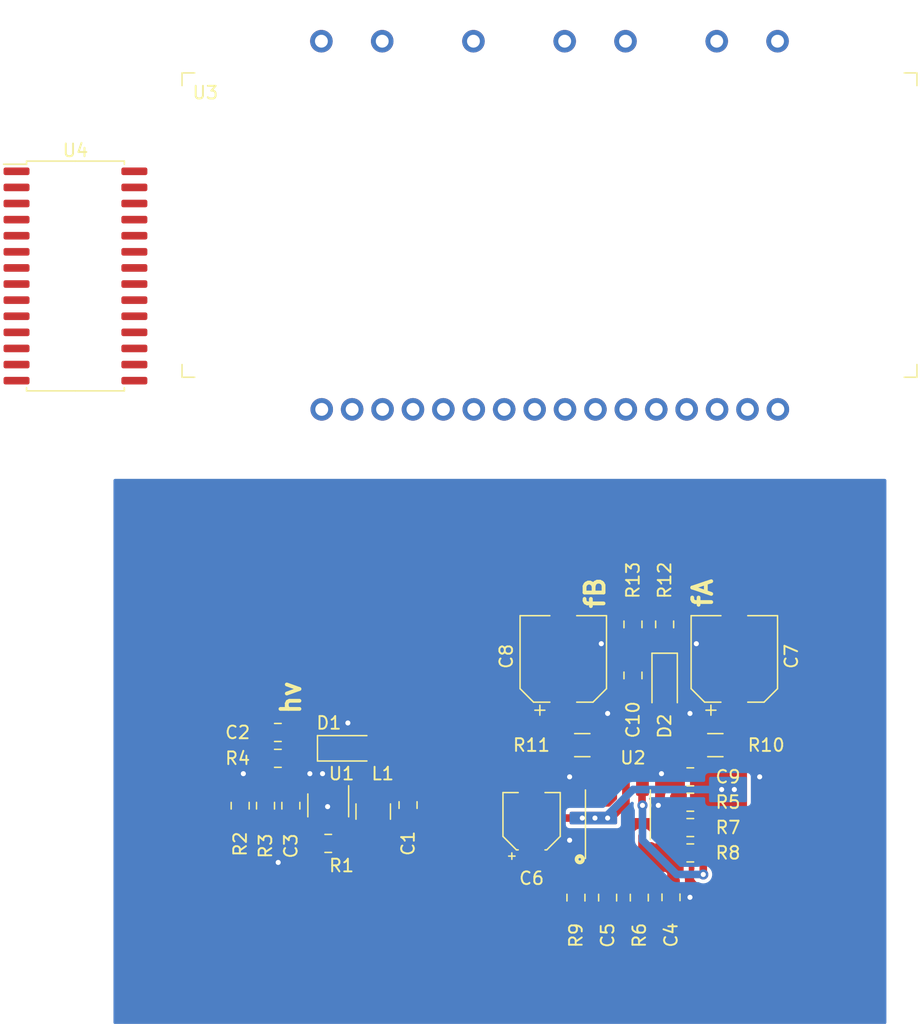
<source format=kicad_pcb>
(kicad_pcb (version 20171130) (host pcbnew 5.1.6)

  (general
    (thickness 1.6002)
    (drawings 4)
    (tracks 60)
    (zones 0)
    (modules 30)
    (nets 19)
  )

  (page A4)
  (title_block
    (rev 1)
  )

  (layers
    (0 Front signal)
    (31 Back signal)
    (34 B.Paste user)
    (35 F.Paste user)
    (36 B.SilkS user)
    (37 F.SilkS user)
    (38 B.Mask user)
    (39 F.Mask user)
    (44 Edge.Cuts user)
    (45 Margin user)
    (46 B.CrtYd user)
    (47 F.CrtYd user)
    (49 F.Fab user hide)
  )

  (setup
    (last_trace_width 0.6)
    (user_trace_width 0.1)
    (user_trace_width 0.2)
    (user_trace_width 0.5)
    (user_trace_width 0.6)
    (trace_clearance 0.25)
    (zone_clearance 0.4)
    (zone_45_only no)
    (trace_min 0.1)
    (via_size 0.8)
    (via_drill 0.4)
    (via_min_size 0.45)
    (via_min_drill 0.2)
    (user_via 0.45 0.2)
    (user_via 0.8 0.4)
    (uvia_size 0.8)
    (uvia_drill 0.4)
    (uvias_allowed no)
    (uvia_min_size 0)
    (uvia_min_drill 0)
    (edge_width 0.1)
    (segment_width 0.1)
    (pcb_text_width 0.3)
    (pcb_text_size 1.5 1.5)
    (mod_edge_width 0.1)
    (mod_text_size 0.8 0.8)
    (mod_text_width 0.1)
    (pad_size 1.524 1.524)
    (pad_drill 0.762)
    (pad_to_mask_clearance 0)
    (solder_mask_min_width 0.1)
    (aux_axis_origin 0 0)
    (visible_elements FFFFFF7F)
    (pcbplotparams
      (layerselection 0x010fc_ffffffff)
      (usegerberextensions false)
      (usegerberattributes false)
      (usegerberadvancedattributes false)
      (creategerberjobfile false)
      (excludeedgelayer true)
      (linewidth 0.152400)
      (plotframeref false)
      (viasonmask false)
      (mode 1)
      (useauxorigin false)
      (hpglpennumber 1)
      (hpglpenspeed 20)
      (hpglpendiameter 15.000000)
      (psnegative false)
      (psa4output false)
      (plotreference true)
      (plotvalue false)
      (plotinvisibletext false)
      (padsonsilk false)
      (subtractmaskfromsilk true)
      (outputformat 1)
      (mirror false)
      (drillshape 0)
      (scaleselection 1)
      (outputdirectory "./gerbers_for_aisler"))
  )

  (net 0 "")
  (net 1 GND)
  (net 2 "/Universal VFD PSU by Rolo Kamp/5V")
  (net 3 "Net-(D1-Pad2)")
  (net 4 "/Universal VFD PSU by Rolo Kamp/~HV_SHDN~")
  (net 5 "Net-(R3-Pad1)")
  (net 6 "Net-(C3-Pad1)")
  (net 7 "Net-(C4-Pad1)")
  (net 8 "Net-(C5-Pad1)")
  (net 9 "Net-(C7-Pad1)")
  (net 10 "Net-(C8-Pad1)")
  (net 11 "Net-(C10-Pad1)")
  (net 12 "Net-(R5-Pad2)")
  (net 13 "Net-(R10-Pad2)")
  (net 14 "/Universal VFD PSU by Rolo Kamp/FIL_SHDN")
  (net 15 "Net-(R11-Pad2)")
  (net 16 +24V)
  (net 17 FILAMENT+)
  (net 18 FILAMENT-)

  (net_class Default "This is the default net class."
    (clearance 0.25)
    (trace_width 0.25)
    (via_dia 0.8)
    (via_drill 0.4)
    (uvia_dia 0.8)
    (uvia_drill 0.4)
    (diff_pair_width 0.25)
    (diff_pair_gap 0.25)
    (add_net +24V)
    (add_net +5V)
    (add_net "/Universal VFD PSU by Rolo Kamp/5V")
    (add_net "/Universal VFD PSU by Rolo Kamp/FIL_SHDN")
    (add_net "/Universal VFD PSU by Rolo Kamp/~HV_SHDN~")
    (add_net FILAMENT+)
    (add_net FILAMENT-)
    (add_net GND)
    (add_net "Net-(C10-Pad1)")
    (add_net "Net-(C3-Pad1)")
    (add_net "Net-(C4-Pad1)")
    (add_net "Net-(C5-Pad1)")
    (add_net "Net-(C7-Pad1)")
    (add_net "Net-(C8-Pad1)")
    (add_net "Net-(D1-Pad2)")
    (add_net "Net-(R10-Pad2)")
    (add_net "Net-(R11-Pad2)")
    (add_net "Net-(R3-Pad1)")
    (add_net "Net-(R5-Pad2)")
    (add_net "Net-(U3-Pad10)")
    (add_net "Net-(U3-Pad11)")
    (add_net "Net-(U3-Pad12)")
    (add_net "Net-(U3-Pad13)")
    (add_net "Net-(U3-Pad14)")
    (add_net "Net-(U3-Pad15)")
    (add_net "Net-(U3-Pad18)")
    (add_net "Net-(U3-Pad19)")
    (add_net "Net-(U3-Pad2)")
    (add_net "Net-(U3-Pad20)")
    (add_net "Net-(U3-Pad21)")
    (add_net "Net-(U3-Pad22)")
    (add_net "Net-(U3-Pad3)")
    (add_net "Net-(U3-Pad4)")
    (add_net "Net-(U3-Pad5)")
    (add_net "Net-(U3-Pad6)")
    (add_net "Net-(U3-Pad7)")
    (add_net "Net-(U3-Pad8)")
    (add_net "Net-(U3-Pad9)")
    (add_net "Net-(U4-Pad10)")
    (add_net "Net-(U4-Pad11)")
    (add_net "Net-(U4-Pad12)")
    (add_net "Net-(U4-Pad13)")
    (add_net "Net-(U4-Pad15)")
    (add_net "Net-(U4-Pad16)")
    (add_net "Net-(U4-Pad17)")
    (add_net "Net-(U4-Pad18)")
    (add_net "Net-(U4-Pad19)")
    (add_net "Net-(U4-Pad2)")
    (add_net "Net-(U4-Pad20)")
    (add_net "Net-(U4-Pad21)")
    (add_net "Net-(U4-Pad22)")
    (add_net "Net-(U4-Pad23)")
    (add_net "Net-(U4-Pad24)")
    (add_net "Net-(U4-Pad25)")
    (add_net "Net-(U4-Pad26)")
    (add_net "Net-(U4-Pad27)")
    (add_net "Net-(U4-Pad3)")
    (add_net "Net-(U4-Pad4)")
    (add_net "Net-(U4-Pad5)")
    (add_net "Net-(U4-Pad6)")
    (add_net "Net-(U4-Pad7)")
    (add_net "Net-(U4-Pad8)")
    (add_net "Net-(U4-Pad9)")
  )

  (net_class Min ""
    (clearance 0.1)
    (trace_width 0.1)
    (via_dia 0.45)
    (via_drill 0.2)
    (uvia_dia 0.45)
    (uvia_drill 0.2)
    (diff_pair_width 0.12)
    (diff_pair_gap 0.12)
  )

  (module Package_SO:SOIC-8_3.9x4.9mm_P1.27mm (layer Front) (tedit 5D9F72B1) (tstamp 5F190D54)
    (at 130.81 70.485 90)
    (descr "SOIC, 8 Pin (JEDEC MS-012AA, https://www.analog.com/media/en/package-pcb-resources/package/pkg_pdf/soic_narrow-r/r_8.pdf), generated with kicad-footprint-generator ipc_gullwing_generator.py")
    (tags "SOIC SO")
    (path /5F189B7D/5F1B4DF1)
    (attr smd)
    (fp_text reference U2 (at 4.485 1.19 180) (layer F.SilkS)
      (effects (font (size 1 1) (thickness 0.15)))
    )
    (fp_text value LM4871MX_NOPB (at 0 3.4 90) (layer F.Fab)
      (effects (font (size 1 1) (thickness 0.15)))
    )
    (fp_text user %R (at 0 0 90) (layer F.Fab)
      (effects (font (size 0.98 0.98) (thickness 0.15)))
    )
    (fp_line (start 0 2.56) (end 1.95 2.56) (layer F.SilkS) (width 0.12))
    (fp_line (start 0 2.56) (end -1.95 2.56) (layer F.SilkS) (width 0.12))
    (fp_line (start 0 -2.56) (end 1.95 -2.56) (layer F.SilkS) (width 0.12))
    (fp_line (start 0 -2.56) (end -3.45 -2.56) (layer F.SilkS) (width 0.12))
    (fp_line (start -0.975 -2.45) (end 1.95 -2.45) (layer F.Fab) (width 0.1))
    (fp_line (start 1.95 -2.45) (end 1.95 2.45) (layer F.Fab) (width 0.1))
    (fp_line (start 1.95 2.45) (end -1.95 2.45) (layer F.Fab) (width 0.1))
    (fp_line (start -1.95 2.45) (end -1.95 -1.475) (layer F.Fab) (width 0.1))
    (fp_line (start -1.95 -1.475) (end -0.975 -2.45) (layer F.Fab) (width 0.1))
    (fp_line (start -3.7 -2.7) (end -3.7 2.7) (layer F.CrtYd) (width 0.05))
    (fp_line (start -3.7 2.7) (end 3.7 2.7) (layer F.CrtYd) (width 0.05))
    (fp_line (start 3.7 2.7) (end 3.7 -2.7) (layer F.CrtYd) (width 0.05))
    (fp_line (start 3.7 -2.7) (end -3.7 -2.7) (layer F.CrtYd) (width 0.05))
    (pad 8 smd roundrect (at 2.475 -1.905 90) (size 1.95 0.6) (layers Front F.Paste F.Mask) (roundrect_rratio 0.25)
      (net 15 "Net-(R11-Pad2)"))
    (pad 7 smd roundrect (at 2.475 -0.635 90) (size 1.95 0.6) (layers Front F.Paste F.Mask) (roundrect_rratio 0.25)
      (net 1 GND))
    (pad 6 smd roundrect (at 2.475 0.635 90) (size 1.95 0.6) (layers Front F.Paste F.Mask) (roundrect_rratio 0.25)
      (net 2 "/Universal VFD PSU by Rolo Kamp/5V"))
    (pad 5 smd roundrect (at 2.475 1.905 90) (size 1.95 0.6) (layers Front F.Paste F.Mask) (roundrect_rratio 0.25)
      (net 13 "Net-(R10-Pad2)"))
    (pad 4 smd roundrect (at -2.475 1.905 90) (size 1.95 0.6) (layers Front F.Paste F.Mask) (roundrect_rratio 0.25)
      (net 7 "Net-(C4-Pad1)"))
    (pad 3 smd roundrect (at -2.475 0.635 90) (size 1.95 0.6) (layers Front F.Paste F.Mask) (roundrect_rratio 0.25)
      (net 12 "Net-(R5-Pad2)"))
    (pad 2 smd roundrect (at -2.475 -0.635 90) (size 1.95 0.6) (layers Front F.Paste F.Mask) (roundrect_rratio 0.25)
      (net 8 "Net-(C5-Pad1)"))
    (pad 1 smd roundrect (at -2.475 -1.905 90) (size 1.95 0.6) (layers Front F.Paste F.Mask) (roundrect_rratio 0.25)
      (net 14 "/Universal VFD PSU by Rolo Kamp/FIL_SHDN"))
    (model ${KISYS3DMOD}/Package_SO.3dshapes/SOIC-8_3.9x4.9mm_P1.27mm.wrl
      (at (xyz 0 0 0))
      (scale (xyz 1 1 1))
      (rotate (xyz 0 0 0))
    )
  )

  (module extra_libraries:IVL2-7_5 (layer Front) (tedit 5F19BF67) (tstamp 5F1A517D)
    (at 85.91042 6.48462)
    (path /5F192B05)
    (fp_text reference U3 (at 12.34186 7.0612) (layer F.SilkS)
      (effects (font (size 1 1) (thickness 0.15)))
    )
    (fp_text value IVL2-5_7 (at 15 9) (layer F.Fab)
      (effects (font (size 1 1) (thickness 0.15)))
    )
    (fp_line (start 10 30) (end 69 30) (layer F.Fab) (width 0.12))
    (fp_line (start 69 30) (end 69 5) (layer F.Fab) (width 0.12))
    (fp_line (start 69 5) (end 10 5) (layer F.Fab) (width 0.12))
    (fp_line (start 10 5) (end 10 30) (layer F.Fab) (width 0.12))
    (fp_line (start 10 22) (end 8 18.5) (layer F.Fab) (width 0.12))
    (fp_line (start 8 18.5) (end 3 18.5) (layer F.Fab) (width 0.12))
    (fp_line (start 3 16.5) (end 8 16.5) (layer F.Fab) (width 0.12))
    (fp_line (start 8 16.5) (end 10 13) (layer F.Fab) (width 0.12))
    (fp_line (start 3 16.5) (end 3 18.5) (layer F.Fab) (width 0.12))
    (fp_line (start 10.5 6.5) (end 10.5 5.5) (layer F.SilkS) (width 0.12))
    (fp_line (start 10.5 5.5) (end 11.5 5.5) (layer F.SilkS) (width 0.12))
    (fp_line (start 68.5 6.5) (end 68.5 5.5) (layer F.SilkS) (width 0.12))
    (fp_line (start 68.5 5.5) (end 67.5 5.5) (layer F.SilkS) (width 0.12))
    (fp_line (start 67.5 29.5) (end 68.5 29.5) (layer F.SilkS) (width 0.12))
    (fp_line (start 68.5 29.5) (end 68.5 28.5) (layer F.SilkS) (width 0.12))
    (fp_line (start 10.5 28.5) (end 10.5 29.5) (layer F.SilkS) (width 0.12))
    (fp_line (start 10.5 29.5) (end 11.5 29.5) (layer F.SilkS) (width 0.12))
    (pad 23 thru_hole circle (at 21.5 3) (size 1.778 1.778) (drill 1.016) (layers *.Cu *.Mask)
      (net 17 FILAMENT+))
    (pad 22 thru_hole circle (at 26.3 3) (size 1.778 1.778) (drill 1.016) (layers *.Cu *.Mask))
    (pad 21 thru_hole circle (at 33.5 3) (size 1.778 1.778) (drill 1.016) (layers *.Cu *.Mask))
    (pad 20 thru_hole circle (at 40.7 3) (size 1.778 1.778) (drill 1.016) (layers *.Cu *.Mask))
    (pad 19 thru_hole circle (at 45.5 3) (size 1.778 1.778) (drill 1.016) (layers *.Cu *.Mask))
    (pad 18 thru_hole circle (at 52.7 3) (size 1.778 1.778) (drill 1.016) (layers *.Cu *.Mask))
    (pad 17 thru_hole circle (at 57.5 3) (size 1.778 1.778) (drill 1.016) (layers *.Cu *.Mask)
      (net 18 FILAMENT-))
    (pad 16 thru_hole circle (at 57.526646 32.03497) (size 1.778 1.778) (drill 1.016) (layers *.Cu *.Mask)
      (net 18 FILAMENT-))
    (pad 15 thru_hole circle (at 55.126646 32.03497) (size 1.778 1.778) (drill 1.016) (layers *.Cu *.Mask))
    (pad 14 thru_hole circle (at 52.726646 32.03497) (size 1.778 1.778) (drill 1.016) (layers *.Cu *.Mask))
    (pad 13 thru_hole circle (at 50.326646 32.03497) (size 1.778 1.778) (drill 1.016) (layers *.Cu *.Mask))
    (pad 12 thru_hole circle (at 47.926646 32.03497) (size 1.778 1.778) (drill 1.016) (layers *.Cu *.Mask))
    (pad 11 thru_hole circle (at 45.526646 32.03497) (size 1.778 1.778) (drill 1.016) (layers *.Cu *.Mask))
    (pad 10 thru_hole circle (at 43.126646 32.03497) (size 1.778 1.778) (drill 1.016) (layers *.Cu *.Mask))
    (pad 9 thru_hole circle (at 40.726646 32.03497) (size 1.778 1.778) (drill 1.016) (layers *.Cu *.Mask))
    (pad 8 thru_hole circle (at 38.326646 32.03497) (size 1.778 1.778) (drill 1.016) (layers *.Cu *.Mask))
    (pad 7 thru_hole circle (at 35.926646 32.03497) (size 1.778 1.778) (drill 1.016) (layers *.Cu *.Mask))
    (pad 6 thru_hole circle (at 33.526646 32.03497) (size 1.778 1.778) (drill 1.016) (layers *.Cu *.Mask))
    (pad 5 thru_hole circle (at 31.126646 32.03497) (size 1.778 1.778) (drill 1.016) (layers *.Cu *.Mask))
    (pad 4 thru_hole circle (at 28.726646 32.03497) (size 1.778 1.778) (drill 1.016) (layers *.Cu *.Mask))
    (pad 3 thru_hole circle (at 26.326646 32.03497) (size 1.778 1.778) (drill 1.016) (layers *.Cu *.Mask))
    (pad 2 thru_hole circle (at 23.926646 32.03497) (size 1.778 1.778) (drill 1.016) (layers *.Cu *.Mask))
    (pad 1 thru_hole circle (at 21.526646 32.03497) (size 1.778 1.778) (drill 1.016) (layers *.Cu *.Mask)
      (net 17 FILAMENT+))
  )

  (module Package_SO:SOIC-28W_7.5x17.9mm_P1.27mm (layer Front) (tedit 5D9F72B1) (tstamp 5F1A2EDD)
    (at 88 28)
    (descr "SOIC, 28 Pin (JEDEC MS-013AE, https://www.analog.com/media/en/package-pcb-resources/package/35833120341221rw_28.pdf), generated with kicad-footprint-generator ipc_gullwing_generator.py")
    (tags "SOIC SO")
    (path /5F19BBE0)
    (attr smd)
    (fp_text reference U4 (at 0 -9.9) (layer F.SilkS)
      (effects (font (size 1 1) (thickness 0.15)))
    )
    (fp_text value HV5812WG (at 0 9.9) (layer F.Fab)
      (effects (font (size 1 1) (thickness 0.15)))
    )
    (fp_text user %R (at 0 0) (layer F.Fab)
      (effects (font (size 1 1) (thickness 0.15)))
    )
    (fp_line (start 0 9.06) (end 3.86 9.06) (layer F.SilkS) (width 0.12))
    (fp_line (start 3.86 9.06) (end 3.86 8.815) (layer F.SilkS) (width 0.12))
    (fp_line (start 0 9.06) (end -3.86 9.06) (layer F.SilkS) (width 0.12))
    (fp_line (start -3.86 9.06) (end -3.86 8.815) (layer F.SilkS) (width 0.12))
    (fp_line (start 0 -9.06) (end 3.86 -9.06) (layer F.SilkS) (width 0.12))
    (fp_line (start 3.86 -9.06) (end 3.86 -8.815) (layer F.SilkS) (width 0.12))
    (fp_line (start 0 -9.06) (end -3.86 -9.06) (layer F.SilkS) (width 0.12))
    (fp_line (start -3.86 -9.06) (end -3.86 -8.815) (layer F.SilkS) (width 0.12))
    (fp_line (start -3.86 -8.815) (end -5.675 -8.815) (layer F.SilkS) (width 0.12))
    (fp_line (start -2.75 -8.95) (end 3.75 -8.95) (layer F.Fab) (width 0.1))
    (fp_line (start 3.75 -8.95) (end 3.75 8.95) (layer F.Fab) (width 0.1))
    (fp_line (start 3.75 8.95) (end -3.75 8.95) (layer F.Fab) (width 0.1))
    (fp_line (start -3.75 8.95) (end -3.75 -7.95) (layer F.Fab) (width 0.1))
    (fp_line (start -3.75 -7.95) (end -2.75 -8.95) (layer F.Fab) (width 0.1))
    (fp_line (start -5.93 -9.2) (end -5.93 9.2) (layer F.CrtYd) (width 0.05))
    (fp_line (start -5.93 9.2) (end 5.93 9.2) (layer F.CrtYd) (width 0.05))
    (fp_line (start 5.93 9.2) (end 5.93 -9.2) (layer F.CrtYd) (width 0.05))
    (fp_line (start 5.93 -9.2) (end -5.93 -9.2) (layer F.CrtYd) (width 0.05))
    (pad 28 smd roundrect (at 4.65 -8.255) (size 2.05 0.6) (layers Front F.Paste F.Mask) (roundrect_rratio 0.25))
    (pad 27 smd roundrect (at 4.65 -6.985) (size 2.05 0.6) (layers Front F.Paste F.Mask) (roundrect_rratio 0.25))
    (pad 26 smd roundrect (at 4.65 -5.715) (size 2.05 0.6) (layers Front F.Paste F.Mask) (roundrect_rratio 0.25))
    (pad 25 smd roundrect (at 4.65 -4.445) (size 2.05 0.6) (layers Front F.Paste F.Mask) (roundrect_rratio 0.25))
    (pad 24 smd roundrect (at 4.65 -3.175) (size 2.05 0.6) (layers Front F.Paste F.Mask) (roundrect_rratio 0.25))
    (pad 23 smd roundrect (at 4.65 -1.905) (size 2.05 0.6) (layers Front F.Paste F.Mask) (roundrect_rratio 0.25))
    (pad 22 smd roundrect (at 4.65 -0.635) (size 2.05 0.6) (layers Front F.Paste F.Mask) (roundrect_rratio 0.25))
    (pad 21 smd roundrect (at 4.65 0.635) (size 2.05 0.6) (layers Front F.Paste F.Mask) (roundrect_rratio 0.25))
    (pad 20 smd roundrect (at 4.65 1.905) (size 2.05 0.6) (layers Front F.Paste F.Mask) (roundrect_rratio 0.25))
    (pad 19 smd roundrect (at 4.65 3.175) (size 2.05 0.6) (layers Front F.Paste F.Mask) (roundrect_rratio 0.25))
    (pad 18 smd roundrect (at 4.65 4.445) (size 2.05 0.6) (layers Front F.Paste F.Mask) (roundrect_rratio 0.25))
    (pad 17 smd roundrect (at 4.65 5.715) (size 2.05 0.6) (layers Front F.Paste F.Mask) (roundrect_rratio 0.25))
    (pad 16 smd roundrect (at 4.65 6.985) (size 2.05 0.6) (layers Front F.Paste F.Mask) (roundrect_rratio 0.25))
    (pad 15 smd roundrect (at 4.65 8.255) (size 2.05 0.6) (layers Front F.Paste F.Mask) (roundrect_rratio 0.25))
    (pad 14 smd roundrect (at -4.65 8.255) (size 2.05 0.6) (layers Front F.Paste F.Mask) (roundrect_rratio 0.25)
      (net 1 GND))
    (pad 13 smd roundrect (at -4.65 6.985) (size 2.05 0.6) (layers Front F.Paste F.Mask) (roundrect_rratio 0.25))
    (pad 12 smd roundrect (at -4.65 5.715) (size 2.05 0.6) (layers Front F.Paste F.Mask) (roundrect_rratio 0.25))
    (pad 11 smd roundrect (at -4.65 4.445) (size 2.05 0.6) (layers Front F.Paste F.Mask) (roundrect_rratio 0.25))
    (pad 10 smd roundrect (at -4.65 3.175) (size 2.05 0.6) (layers Front F.Paste F.Mask) (roundrect_rratio 0.25))
    (pad 9 smd roundrect (at -4.65 1.905) (size 2.05 0.6) (layers Front F.Paste F.Mask) (roundrect_rratio 0.25))
    (pad 8 smd roundrect (at -4.65 0.635) (size 2.05 0.6) (layers Front F.Paste F.Mask) (roundrect_rratio 0.25))
    (pad 7 smd roundrect (at -4.65 -0.635) (size 2.05 0.6) (layers Front F.Paste F.Mask) (roundrect_rratio 0.25))
    (pad 6 smd roundrect (at -4.65 -1.905) (size 2.05 0.6) (layers Front F.Paste F.Mask) (roundrect_rratio 0.25))
    (pad 5 smd roundrect (at -4.65 -3.175) (size 2.05 0.6) (layers Front F.Paste F.Mask) (roundrect_rratio 0.25))
    (pad 4 smd roundrect (at -4.65 -4.445) (size 2.05 0.6) (layers Front F.Paste F.Mask) (roundrect_rratio 0.25))
    (pad 3 smd roundrect (at -4.65 -5.715) (size 2.05 0.6) (layers Front F.Paste F.Mask) (roundrect_rratio 0.25))
    (pad 2 smd roundrect (at -4.65 -6.985) (size 2.05 0.6) (layers Front F.Paste F.Mask) (roundrect_rratio 0.25))
    (pad 1 smd roundrect (at -4.65 -8.255) (size 2.05 0.6) (layers Front F.Paste F.Mask) (roundrect_rratio 0.25)
      (net 16 +24V))
    (model ${KISYS3DMOD}/Package_SO.3dshapes/SOIC-28W_7.5x17.9mm_P1.27mm.wrl
      (at (xyz 0 0 0))
      (scale (xyz 1 1 1))
      (rotate (xyz 0 0 0))
    )
  )

  (module Resistor_SMD:R_0805_2012Metric_Pad1.15x1.40mm_HandSolder (layer Front) (tedit 5B36C52B) (tstamp 5F1B7228)
    (at 132 55.475 90)
    (descr "Resistor SMD 0805 (2012 Metric), square (rectangular) end terminal, IPC_7351 nominal with elongated pad for handsoldering. (Body size source: https://docs.google.com/spreadsheets/d/1BsfQQcO9C6DZCsRaXUlFlo91Tg2WpOkGARC1WS5S8t0/edit?usp=sharing), generated with kicad-footprint-generator")
    (tags "resistor handsolder")
    (path /5F189B7D/5F1CCD85)
    (attr smd)
    (fp_text reference R13 (at 3.475 0 90) (layer F.SilkS)
      (effects (font (size 1 1) (thickness 0.15)))
    )
    (fp_text value 220Ω (at 0 1.65 90) (layer F.Fab)
      (effects (font (size 1 1) (thickness 0.15)))
    )
    (fp_line (start 1.85 0.95) (end -1.85 0.95) (layer F.CrtYd) (width 0.05))
    (fp_line (start 1.85 -0.95) (end 1.85 0.95) (layer F.CrtYd) (width 0.05))
    (fp_line (start -1.85 -0.95) (end 1.85 -0.95) (layer F.CrtYd) (width 0.05))
    (fp_line (start -1.85 0.95) (end -1.85 -0.95) (layer F.CrtYd) (width 0.05))
    (fp_line (start -0.261252 0.71) (end 0.261252 0.71) (layer F.SilkS) (width 0.12))
    (fp_line (start -0.261252 -0.71) (end 0.261252 -0.71) (layer F.SilkS) (width 0.12))
    (fp_line (start 1 0.6) (end -1 0.6) (layer F.Fab) (width 0.1))
    (fp_line (start 1 -0.6) (end 1 0.6) (layer F.Fab) (width 0.1))
    (fp_line (start -1 -0.6) (end 1 -0.6) (layer F.Fab) (width 0.1))
    (fp_line (start -1 0.6) (end -1 -0.6) (layer F.Fab) (width 0.1))
    (fp_text user %R (at 0 0 90) (layer F.Fab)
      (effects (font (size 0.5 0.5) (thickness 0.08)))
    )
    (pad 2 smd roundrect (at 1.025 0 90) (size 1.15 1.4) (layers Front F.Paste F.Mask) (roundrect_rratio 0.217391)
      (net 18 FILAMENT-))
    (pad 1 smd roundrect (at -1.025 0 90) (size 1.15 1.4) (layers Front F.Paste F.Mask) (roundrect_rratio 0.217391)
      (net 11 "Net-(C10-Pad1)"))
    (model ${KISYS3DMOD}/Resistor_SMD.3dshapes/R_0805_2012Metric.wrl
      (at (xyz 0 0 0))
      (scale (xyz 1 1 1))
      (rotate (xyz 0 0 0))
    )
  )

  (module Resistor_SMD:R_0805_2012Metric_Pad1.15x1.40mm_HandSolder (layer Front) (tedit 5B36C52B) (tstamp 5F1B71F8)
    (at 134.5 55.475 90)
    (descr "Resistor SMD 0805 (2012 Metric), square (rectangular) end terminal, IPC_7351 nominal with elongated pad for handsoldering. (Body size source: https://docs.google.com/spreadsheets/d/1BsfQQcO9C6DZCsRaXUlFlo91Tg2WpOkGARC1WS5S8t0/edit?usp=sharing), generated with kicad-footprint-generator")
    (tags "resistor handsolder")
    (path /5F189B7D/5F1CCFC3)
    (attr smd)
    (fp_text reference R12 (at 3.475 0 90) (layer F.SilkS)
      (effects (font (size 1 1) (thickness 0.15)))
    )
    (fp_text value 220Ω (at 0 1.65 90) (layer F.Fab)
      (effects (font (size 1 1) (thickness 0.15)))
    )
    (fp_line (start 1.85 0.95) (end -1.85 0.95) (layer F.CrtYd) (width 0.05))
    (fp_line (start 1.85 -0.95) (end 1.85 0.95) (layer F.CrtYd) (width 0.05))
    (fp_line (start -1.85 -0.95) (end 1.85 -0.95) (layer F.CrtYd) (width 0.05))
    (fp_line (start -1.85 0.95) (end -1.85 -0.95) (layer F.CrtYd) (width 0.05))
    (fp_line (start -0.261252 0.71) (end 0.261252 0.71) (layer F.SilkS) (width 0.12))
    (fp_line (start -0.261252 -0.71) (end 0.261252 -0.71) (layer F.SilkS) (width 0.12))
    (fp_line (start 1 0.6) (end -1 0.6) (layer F.Fab) (width 0.1))
    (fp_line (start 1 -0.6) (end 1 0.6) (layer F.Fab) (width 0.1))
    (fp_line (start -1 -0.6) (end 1 -0.6) (layer F.Fab) (width 0.1))
    (fp_line (start -1 0.6) (end -1 -0.6) (layer F.Fab) (width 0.1))
    (fp_text user %R (at 0 0 90) (layer F.Fab)
      (effects (font (size 0.5 0.5) (thickness 0.08)))
    )
    (pad 2 smd roundrect (at 1.025 0 90) (size 1.15 1.4) (layers Front F.Paste F.Mask) (roundrect_rratio 0.217391)
      (net 17 FILAMENT+))
    (pad 1 smd roundrect (at -1.025 0 90) (size 1.15 1.4) (layers Front F.Paste F.Mask) (roundrect_rratio 0.217391)
      (net 11 "Net-(C10-Pad1)"))
    (model ${KISYS3DMOD}/Resistor_SMD.3dshapes/R_0805_2012Metric.wrl
      (at (xyz 0 0 0))
      (scale (xyz 1 1 1))
      (rotate (xyz 0 0 0))
    )
  )

  (module Resistor_SMD:R_1206_3216Metric_Pad1.42x1.75mm_HandSolder (layer Front) (tedit 5B301BBD) (tstamp 5F190CF2)
    (at 128 65)
    (descr "Resistor SMD 1206 (3216 Metric), square (rectangular) end terminal, IPC_7351 nominal with elongated pad for handsoldering. (Body size source: http://www.tortai-tech.com/upload/download/2011102023233369053.pdf), generated with kicad-footprint-generator")
    (tags "resistor handsolder")
    (path /5F189B7D/5F1CC9C1)
    (attr smd)
    (fp_text reference R11 (at -4.0125 0) (layer F.SilkS)
      (effects (font (size 1 1) (thickness 0.15)))
    )
    (fp_text value 10Ω (at 0 1.82) (layer F.Fab)
      (effects (font (size 1 1) (thickness 0.15)))
    )
    (fp_line (start 2.45 1.12) (end -2.45 1.12) (layer F.CrtYd) (width 0.05))
    (fp_line (start 2.45 -1.12) (end 2.45 1.12) (layer F.CrtYd) (width 0.05))
    (fp_line (start -2.45 -1.12) (end 2.45 -1.12) (layer F.CrtYd) (width 0.05))
    (fp_line (start -2.45 1.12) (end -2.45 -1.12) (layer F.CrtYd) (width 0.05))
    (fp_line (start -0.602064 0.91) (end 0.602064 0.91) (layer F.SilkS) (width 0.12))
    (fp_line (start -0.602064 -0.91) (end 0.602064 -0.91) (layer F.SilkS) (width 0.12))
    (fp_line (start 1.6 0.8) (end -1.6 0.8) (layer F.Fab) (width 0.1))
    (fp_line (start 1.6 -0.8) (end 1.6 0.8) (layer F.Fab) (width 0.1))
    (fp_line (start -1.6 -0.8) (end 1.6 -0.8) (layer F.Fab) (width 0.1))
    (fp_line (start -1.6 0.8) (end -1.6 -0.8) (layer F.Fab) (width 0.1))
    (fp_text user %R (at 0 0) (layer F.Fab)
      (effects (font (size 0.8 0.8) (thickness 0.12)))
    )
    (pad 2 smd roundrect (at 1.4875 0) (size 1.425 1.75) (layers Front F.Paste F.Mask) (roundrect_rratio 0.175439)
      (net 15 "Net-(R11-Pad2)"))
    (pad 1 smd roundrect (at -1.4875 0) (size 1.425 1.75) (layers Front F.Paste F.Mask) (roundrect_rratio 0.175439)
      (net 10 "Net-(C8-Pad1)"))
    (model ${KISYS3DMOD}/Resistor_SMD.3dshapes/R_1206_3216Metric.wrl
      (at (xyz 0 0 0))
      (scale (xyz 1 1 1))
      (rotate (xyz 0 0 0))
    )
  )

  (module Resistor_SMD:R_1206_3216Metric_Pad1.42x1.75mm_HandSolder (layer Front) (tedit 5B301BBD) (tstamp 5F190CE1)
    (at 138.5 65 180)
    (descr "Resistor SMD 1206 (3216 Metric), square (rectangular) end terminal, IPC_7351 nominal with elongated pad for handsoldering. (Body size source: http://www.tortai-tech.com/upload/download/2011102023233369053.pdf), generated with kicad-footprint-generator")
    (tags "resistor handsolder")
    (path /5F189B7D/5F1CC732)
    (attr smd)
    (fp_text reference R10 (at -4.0125 0) (layer F.SilkS)
      (effects (font (size 1 1) (thickness 0.15)))
    )
    (fp_text value 10Ω (at 0 1.82) (layer F.Fab)
      (effects (font (size 1 1) (thickness 0.15)))
    )
    (fp_line (start 2.45 1.12) (end -2.45 1.12) (layer F.CrtYd) (width 0.05))
    (fp_line (start 2.45 -1.12) (end 2.45 1.12) (layer F.CrtYd) (width 0.05))
    (fp_line (start -2.45 -1.12) (end 2.45 -1.12) (layer F.CrtYd) (width 0.05))
    (fp_line (start -2.45 1.12) (end -2.45 -1.12) (layer F.CrtYd) (width 0.05))
    (fp_line (start -0.602064 0.91) (end 0.602064 0.91) (layer F.SilkS) (width 0.12))
    (fp_line (start -0.602064 -0.91) (end 0.602064 -0.91) (layer F.SilkS) (width 0.12))
    (fp_line (start 1.6 0.8) (end -1.6 0.8) (layer F.Fab) (width 0.1))
    (fp_line (start 1.6 -0.8) (end 1.6 0.8) (layer F.Fab) (width 0.1))
    (fp_line (start -1.6 -0.8) (end 1.6 -0.8) (layer F.Fab) (width 0.1))
    (fp_line (start -1.6 0.8) (end -1.6 -0.8) (layer F.Fab) (width 0.1))
    (fp_text user %R (at 0 0) (layer F.Fab)
      (effects (font (size 0.8 0.8) (thickness 0.12)))
    )
    (pad 2 smd roundrect (at 1.4875 0 180) (size 1.425 1.75) (layers Front F.Paste F.Mask) (roundrect_rratio 0.175439)
      (net 13 "Net-(R10-Pad2)"))
    (pad 1 smd roundrect (at -1.4875 0 180) (size 1.425 1.75) (layers Front F.Paste F.Mask) (roundrect_rratio 0.175439)
      (net 9 "Net-(C7-Pad1)"))
    (model ${KISYS3DMOD}/Resistor_SMD.3dshapes/R_1206_3216Metric.wrl
      (at (xyz 0 0 0))
      (scale (xyz 1 1 1))
      (rotate (xyz 0 0 0))
    )
  )

  (module Resistor_SMD:R_0805_2012Metric_Pad1.15x1.40mm_HandSolder (layer Front) (tedit 5B36C52B) (tstamp 5F190CD0)
    (at 127.5 77.025 270)
    (descr "Resistor SMD 0805 (2012 Metric), square (rectangular) end terminal, IPC_7351 nominal with elongated pad for handsoldering. (Body size source: https://docs.google.com/spreadsheets/d/1BsfQQcO9C6DZCsRaXUlFlo91Tg2WpOkGARC1WS5S8t0/edit?usp=sharing), generated with kicad-footprint-generator")
    (tags "resistor handsolder")
    (path /5F189B7D/5F1B863B)
    (attr smd)
    (fp_text reference R9 (at 2.975 0 90) (layer F.SilkS)
      (effects (font (size 1 1) (thickness 0.15)))
    )
    (fp_text value 10kΩ (at 0 1.65 90) (layer F.Fab)
      (effects (font (size 1 1) (thickness 0.15)))
    )
    (fp_line (start 1.85 0.95) (end -1.85 0.95) (layer F.CrtYd) (width 0.05))
    (fp_line (start 1.85 -0.95) (end 1.85 0.95) (layer F.CrtYd) (width 0.05))
    (fp_line (start -1.85 -0.95) (end 1.85 -0.95) (layer F.CrtYd) (width 0.05))
    (fp_line (start -1.85 0.95) (end -1.85 -0.95) (layer F.CrtYd) (width 0.05))
    (fp_line (start -0.261252 0.71) (end 0.261252 0.71) (layer F.SilkS) (width 0.12))
    (fp_line (start -0.261252 -0.71) (end 0.261252 -0.71) (layer F.SilkS) (width 0.12))
    (fp_line (start 1 0.6) (end -1 0.6) (layer F.Fab) (width 0.1))
    (fp_line (start 1 -0.6) (end 1 0.6) (layer F.Fab) (width 0.1))
    (fp_line (start -1 -0.6) (end 1 -0.6) (layer F.Fab) (width 0.1))
    (fp_line (start -1 0.6) (end -1 -0.6) (layer F.Fab) (width 0.1))
    (fp_text user %R (at 0 0 90) (layer F.Fab)
      (effects (font (size 0.5 0.5) (thickness 0.08)))
    )
    (pad 2 smd roundrect (at 1.025 0 270) (size 1.15 1.4) (layers Front F.Paste F.Mask) (roundrect_rratio 0.217391)
      (net 1 GND))
    (pad 1 smd roundrect (at -1.025 0 270) (size 1.15 1.4) (layers Front F.Paste F.Mask) (roundrect_rratio 0.217391)
      (net 14 "/Universal VFD PSU by Rolo Kamp/FIL_SHDN"))
    (model ${KISYS3DMOD}/Resistor_SMD.3dshapes/R_0805_2012Metric.wrl
      (at (xyz 0 0 0))
      (scale (xyz 1 1 1))
      (rotate (xyz 0 0 0))
    )
  )

  (module Resistor_SMD:R_0805_2012Metric_Pad1.15x1.40mm_HandSolder (layer Front) (tedit 5B36C52B) (tstamp 5F1B10E9)
    (at 136.525 73.5)
    (descr "Resistor SMD 0805 (2012 Metric), square (rectangular) end terminal, IPC_7351 nominal with elongated pad for handsoldering. (Body size source: https://docs.google.com/spreadsheets/d/1BsfQQcO9C6DZCsRaXUlFlo91Tg2WpOkGARC1WS5S8t0/edit?usp=sharing), generated with kicad-footprint-generator")
    (tags "resistor handsolder")
    (path /5F189B7D/5F1C37ED)
    (attr smd)
    (fp_text reference R8 (at 2.975 0) (layer F.SilkS)
      (effects (font (size 1 1) (thickness 0.15)))
    )
    (fp_text value 2.2kΩ (at 0 1.65) (layer F.Fab)
      (effects (font (size 1 1) (thickness 0.15)))
    )
    (fp_line (start 1.85 0.95) (end -1.85 0.95) (layer F.CrtYd) (width 0.05))
    (fp_line (start 1.85 -0.95) (end 1.85 0.95) (layer F.CrtYd) (width 0.05))
    (fp_line (start -1.85 -0.95) (end 1.85 -0.95) (layer F.CrtYd) (width 0.05))
    (fp_line (start -1.85 0.95) (end -1.85 -0.95) (layer F.CrtYd) (width 0.05))
    (fp_line (start -0.261252 0.71) (end 0.261252 0.71) (layer F.SilkS) (width 0.12))
    (fp_line (start -0.261252 -0.71) (end 0.261252 -0.71) (layer F.SilkS) (width 0.12))
    (fp_line (start 1 0.6) (end -1 0.6) (layer F.Fab) (width 0.1))
    (fp_line (start 1 -0.6) (end 1 0.6) (layer F.Fab) (width 0.1))
    (fp_line (start -1 -0.6) (end 1 -0.6) (layer F.Fab) (width 0.1))
    (fp_line (start -1 0.6) (end -1 -0.6) (layer F.Fab) (width 0.1))
    (fp_text user %R (at 0 0) (layer F.Fab)
      (effects (font (size 0.5 0.5) (thickness 0.08)))
    )
    (pad 2 smd roundrect (at 1.025 0) (size 1.15 1.4) (layers Front F.Paste F.Mask) (roundrect_rratio 0.217391)
      (net 13 "Net-(R10-Pad2)"))
    (pad 1 smd roundrect (at -1.025 0) (size 1.15 1.4) (layers Front F.Paste F.Mask) (roundrect_rratio 0.217391)
      (net 7 "Net-(C4-Pad1)"))
    (model ${KISYS3DMOD}/Resistor_SMD.3dshapes/R_0805_2012Metric.wrl
      (at (xyz 0 0 0))
      (scale (xyz 1 1 1))
      (rotate (xyz 0 0 0))
    )
  )

  (module Resistor_SMD:R_0805_2012Metric_Pad1.15x1.40mm_HandSolder (layer Front) (tedit 5B36C52B) (tstamp 5F1B10B0)
    (at 136.525 71.5 180)
    (descr "Resistor SMD 0805 (2012 Metric), square (rectangular) end terminal, IPC_7351 nominal with elongated pad for handsoldering. (Body size source: https://docs.google.com/spreadsheets/d/1BsfQQcO9C6DZCsRaXUlFlo91Tg2WpOkGARC1WS5S8t0/edit?usp=sharing), generated with kicad-footprint-generator")
    (tags "resistor handsolder")
    (path /5F189B7D/5F1C3B8B)
    (attr smd)
    (fp_text reference R7 (at -2.975 0) (layer F.SilkS)
      (effects (font (size 1 1) (thickness 0.15)))
    )
    (fp_text value 10kΩ (at 0 1.65) (layer F.Fab)
      (effects (font (size 1 1) (thickness 0.15)))
    )
    (fp_line (start 1.85 0.95) (end -1.85 0.95) (layer F.CrtYd) (width 0.05))
    (fp_line (start 1.85 -0.95) (end 1.85 0.95) (layer F.CrtYd) (width 0.05))
    (fp_line (start -1.85 -0.95) (end 1.85 -0.95) (layer F.CrtYd) (width 0.05))
    (fp_line (start -1.85 0.95) (end -1.85 -0.95) (layer F.CrtYd) (width 0.05))
    (fp_line (start -0.261252 0.71) (end 0.261252 0.71) (layer F.SilkS) (width 0.12))
    (fp_line (start -0.261252 -0.71) (end 0.261252 -0.71) (layer F.SilkS) (width 0.12))
    (fp_line (start 1 0.6) (end -1 0.6) (layer F.Fab) (width 0.1))
    (fp_line (start 1 -0.6) (end 1 0.6) (layer F.Fab) (width 0.1))
    (fp_line (start -1 -0.6) (end 1 -0.6) (layer F.Fab) (width 0.1))
    (fp_line (start -1 0.6) (end -1 -0.6) (layer F.Fab) (width 0.1))
    (fp_text user %R (at 0 0) (layer F.Fab)
      (effects (font (size 0.5 0.5) (thickness 0.08)))
    )
    (pad 2 smd roundrect (at 1.025 0 180) (size 1.15 1.4) (layers Front F.Paste F.Mask) (roundrect_rratio 0.217391)
      (net 12 "Net-(R5-Pad2)"))
    (pad 1 smd roundrect (at -1.025 0 180) (size 1.15 1.4) (layers Front F.Paste F.Mask) (roundrect_rratio 0.217391)
      (net 13 "Net-(R10-Pad2)"))
    (model ${KISYS3DMOD}/Resistor_SMD.3dshapes/R_0805_2012Metric.wrl
      (at (xyz 0 0 0))
      (scale (xyz 1 1 1))
      (rotate (xyz 0 0 0))
    )
  )

  (module Resistor_SMD:R_0805_2012Metric_Pad1.15x1.40mm_HandSolder (layer Front) (tedit 5B36C52B) (tstamp 5F190C9D)
    (at 132.5 77.025 270)
    (descr "Resistor SMD 0805 (2012 Metric), square (rectangular) end terminal, IPC_7351 nominal with elongated pad for handsoldering. (Body size source: https://docs.google.com/spreadsheets/d/1BsfQQcO9C6DZCsRaXUlFlo91Tg2WpOkGARC1WS5S8t0/edit?usp=sharing), generated with kicad-footprint-generator")
    (tags "resistor handsolder")
    (path /5F189B7D/5F1BFECA)
    (attr smd)
    (fp_text reference R6 (at 2.975 0 90) (layer F.SilkS)
      (effects (font (size 1 1) (thickness 0.15)))
    )
    (fp_text value 10kΩ (at 0 1.65 90) (layer F.Fab)
      (effects (font (size 1 1) (thickness 0.15)))
    )
    (fp_line (start 1.85 0.95) (end -1.85 0.95) (layer F.CrtYd) (width 0.05))
    (fp_line (start 1.85 -0.95) (end 1.85 0.95) (layer F.CrtYd) (width 0.05))
    (fp_line (start -1.85 -0.95) (end 1.85 -0.95) (layer F.CrtYd) (width 0.05))
    (fp_line (start -1.85 0.95) (end -1.85 -0.95) (layer F.CrtYd) (width 0.05))
    (fp_line (start -0.261252 0.71) (end 0.261252 0.71) (layer F.SilkS) (width 0.12))
    (fp_line (start -0.261252 -0.71) (end 0.261252 -0.71) (layer F.SilkS) (width 0.12))
    (fp_line (start 1 0.6) (end -1 0.6) (layer F.Fab) (width 0.1))
    (fp_line (start 1 -0.6) (end 1 0.6) (layer F.Fab) (width 0.1))
    (fp_line (start -1 -0.6) (end 1 -0.6) (layer F.Fab) (width 0.1))
    (fp_line (start -1 0.6) (end -1 -0.6) (layer F.Fab) (width 0.1))
    (fp_text user %R (at 0 0 90) (layer F.Fab)
      (effects (font (size 0.5 0.5) (thickness 0.08)))
    )
    (pad 2 smd roundrect (at 1.025 0 270) (size 1.15 1.4) (layers Front F.Paste F.Mask) (roundrect_rratio 0.217391)
      (net 1 GND))
    (pad 1 smd roundrect (at -1.025 0 270) (size 1.15 1.4) (layers Front F.Paste F.Mask) (roundrect_rratio 0.217391)
      (net 12 "Net-(R5-Pad2)"))
    (model ${KISYS3DMOD}/Resistor_SMD.3dshapes/R_0805_2012Metric.wrl
      (at (xyz 0 0 0))
      (scale (xyz 1 1 1))
      (rotate (xyz 0 0 0))
    )
  )

  (module Resistor_SMD:R_0805_2012Metric_Pad1.15x1.40mm_HandSolder (layer Front) (tedit 5B36C52B) (tstamp 5F1B100B)
    (at 136.525 69.5 180)
    (descr "Resistor SMD 0805 (2012 Metric), square (rectangular) end terminal, IPC_7351 nominal with elongated pad for handsoldering. (Body size source: https://docs.google.com/spreadsheets/d/1BsfQQcO9C6DZCsRaXUlFlo91Tg2WpOkGARC1WS5S8t0/edit?usp=sharing), generated with kicad-footprint-generator")
    (tags "resistor handsolder")
    (path /5F189B7D/5F1C02D4)
    (attr smd)
    (fp_text reference R5 (at -2.975 0) (layer F.SilkS)
      (effects (font (size 1 1) (thickness 0.15)))
    )
    (fp_text value 10kΩ (at 0 1.65) (layer F.Fab)
      (effects (font (size 1 1) (thickness 0.15)))
    )
    (fp_line (start 1.85 0.95) (end -1.85 0.95) (layer F.CrtYd) (width 0.05))
    (fp_line (start 1.85 -0.95) (end 1.85 0.95) (layer F.CrtYd) (width 0.05))
    (fp_line (start -1.85 -0.95) (end 1.85 -0.95) (layer F.CrtYd) (width 0.05))
    (fp_line (start -1.85 0.95) (end -1.85 -0.95) (layer F.CrtYd) (width 0.05))
    (fp_line (start -0.261252 0.71) (end 0.261252 0.71) (layer F.SilkS) (width 0.12))
    (fp_line (start -0.261252 -0.71) (end 0.261252 -0.71) (layer F.SilkS) (width 0.12))
    (fp_line (start 1 0.6) (end -1 0.6) (layer F.Fab) (width 0.1))
    (fp_line (start 1 -0.6) (end 1 0.6) (layer F.Fab) (width 0.1))
    (fp_line (start -1 -0.6) (end 1 -0.6) (layer F.Fab) (width 0.1))
    (fp_line (start -1 0.6) (end -1 -0.6) (layer F.Fab) (width 0.1))
    (fp_text user %R (at 0 0) (layer F.Fab)
      (effects (font (size 0.5 0.5) (thickness 0.08)))
    )
    (pad 2 smd roundrect (at 1.025 0 180) (size 1.15 1.4) (layers Front F.Paste F.Mask) (roundrect_rratio 0.217391)
      (net 12 "Net-(R5-Pad2)"))
    (pad 1 smd roundrect (at -1.025 0 180) (size 1.15 1.4) (layers Front F.Paste F.Mask) (roundrect_rratio 0.217391)
      (net 2 "/Universal VFD PSU by Rolo Kamp/5V"))
    (model ${KISYS3DMOD}/Resistor_SMD.3dshapes/R_0805_2012Metric.wrl
      (at (xyz 0 0 0))
      (scale (xyz 1 1 1))
      (rotate (xyz 0 0 0))
    )
  )

  (module Diode_SMD:D_SOD-123 (layer Front) (tedit 58645DC7) (tstamp 5F1B7311)
    (at 134.5 60 270)
    (descr SOD-123)
    (tags SOD-123)
    (path /5F189B7D/5F1E5571)
    (attr smd)
    (fp_text reference D2 (at 3.5 0 90) (layer F.SilkS)
      (effects (font (size 1 1) (thickness 0.15)))
    )
    (fp_text value 3.3V (at 0 2.1 90) (layer F.Fab)
      (effects (font (size 1 1) (thickness 0.15)))
    )
    (fp_line (start -2.25 -1) (end 1.65 -1) (layer F.SilkS) (width 0.12))
    (fp_line (start -2.25 1) (end 1.65 1) (layer F.SilkS) (width 0.12))
    (fp_line (start -2.35 -1.15) (end -2.35 1.15) (layer F.CrtYd) (width 0.05))
    (fp_line (start 2.35 1.15) (end -2.35 1.15) (layer F.CrtYd) (width 0.05))
    (fp_line (start 2.35 -1.15) (end 2.35 1.15) (layer F.CrtYd) (width 0.05))
    (fp_line (start -2.35 -1.15) (end 2.35 -1.15) (layer F.CrtYd) (width 0.05))
    (fp_line (start -1.4 -0.9) (end 1.4 -0.9) (layer F.Fab) (width 0.1))
    (fp_line (start 1.4 -0.9) (end 1.4 0.9) (layer F.Fab) (width 0.1))
    (fp_line (start 1.4 0.9) (end -1.4 0.9) (layer F.Fab) (width 0.1))
    (fp_line (start -1.4 0.9) (end -1.4 -0.9) (layer F.Fab) (width 0.1))
    (fp_line (start -0.75 0) (end -0.35 0) (layer F.Fab) (width 0.1))
    (fp_line (start -0.35 0) (end -0.35 -0.55) (layer F.Fab) (width 0.1))
    (fp_line (start -0.35 0) (end -0.35 0.55) (layer F.Fab) (width 0.1))
    (fp_line (start -0.35 0) (end 0.25 -0.4) (layer F.Fab) (width 0.1))
    (fp_line (start 0.25 -0.4) (end 0.25 0.4) (layer F.Fab) (width 0.1))
    (fp_line (start 0.25 0.4) (end -0.35 0) (layer F.Fab) (width 0.1))
    (fp_line (start 0.25 0) (end 0.75 0) (layer F.Fab) (width 0.1))
    (fp_line (start -2.25 -1) (end -2.25 1) (layer F.SilkS) (width 0.12))
    (fp_text user %R (at 0 -2 90) (layer F.Fab)
      (effects (font (size 1 1) (thickness 0.15)))
    )
    (pad 2 smd rect (at 1.65 0 270) (size 0.9 1.2) (layers Front F.Paste F.Mask)
      (net 1 GND))
    (pad 1 smd rect (at -1.65 0 270) (size 0.9 1.2) (layers Front F.Paste F.Mask)
      (net 11 "Net-(C10-Pad1)"))
    (model ${KISYS3DMOD}/Diode_SMD.3dshapes/D_SOD-123.wrl
      (at (xyz 0 0 0))
      (scale (xyz 1 1 1))
      (rotate (xyz 0 0 0))
    )
  )

  (module Capacitor_SMD:C_0805_2012Metric_Pad1.15x1.40mm_HandSolder (layer Front) (tedit 5B36C52B) (tstamp 5F1B72A0)
    (at 132 59.5 270)
    (descr "Capacitor SMD 0805 (2012 Metric), square (rectangular) end terminal, IPC_7351 nominal with elongated pad for handsoldering. (Body size source: https://docs.google.com/spreadsheets/d/1BsfQQcO9C6DZCsRaXUlFlo91Tg2WpOkGARC1WS5S8t0/edit?usp=sharing), generated with kicad-footprint-generator")
    (tags "capacitor handsolder")
    (path /5F189B7D/5F1E5E9B)
    (attr smd)
    (fp_text reference C10 (at 3.5 0 270) (layer F.SilkS)
      (effects (font (size 1 1) (thickness 0.15)))
    )
    (fp_text value 1µF (at 0 1.65 90) (layer F.Fab)
      (effects (font (size 1 1) (thickness 0.15)))
    )
    (fp_line (start 1.85 0.95) (end -1.85 0.95) (layer F.CrtYd) (width 0.05))
    (fp_line (start 1.85 -0.95) (end 1.85 0.95) (layer F.CrtYd) (width 0.05))
    (fp_line (start -1.85 -0.95) (end 1.85 -0.95) (layer F.CrtYd) (width 0.05))
    (fp_line (start -1.85 0.95) (end -1.85 -0.95) (layer F.CrtYd) (width 0.05))
    (fp_line (start -0.261252 0.71) (end 0.261252 0.71) (layer F.SilkS) (width 0.12))
    (fp_line (start -0.261252 -0.71) (end 0.261252 -0.71) (layer F.SilkS) (width 0.12))
    (fp_line (start 1 0.6) (end -1 0.6) (layer F.Fab) (width 0.1))
    (fp_line (start 1 -0.6) (end 1 0.6) (layer F.Fab) (width 0.1))
    (fp_line (start -1 -0.6) (end 1 -0.6) (layer F.Fab) (width 0.1))
    (fp_line (start -1 0.6) (end -1 -0.6) (layer F.Fab) (width 0.1))
    (fp_text user %R (at 0 0 90) (layer F.Fab)
      (effects (font (size 0.5 0.5) (thickness 0.08)))
    )
    (pad 2 smd roundrect (at 1.025 0 270) (size 1.15 1.4) (layers Front F.Paste F.Mask) (roundrect_rratio 0.217391)
      (net 1 GND))
    (pad 1 smd roundrect (at -1.025 0 270) (size 1.15 1.4) (layers Front F.Paste F.Mask) (roundrect_rratio 0.217391)
      (net 11 "Net-(C10-Pad1)"))
    (model ${KISYS3DMOD}/Capacitor_SMD.3dshapes/C_0805_2012Metric.wrl
      (at (xyz 0 0 0))
      (scale (xyz 1 1 1))
      (rotate (xyz 0 0 0))
    )
  )

  (module Capacitor_SMD:C_0805_2012Metric_Pad1.15x1.40mm_HandSolder (layer Front) (tedit 5B36C52B) (tstamp 5F1B22B6)
    (at 136.525 67.5 180)
    (descr "Capacitor SMD 0805 (2012 Metric), square (rectangular) end terminal, IPC_7351 nominal with elongated pad for handsoldering. (Body size source: https://docs.google.com/spreadsheets/d/1BsfQQcO9C6DZCsRaXUlFlo91Tg2WpOkGARC1WS5S8t0/edit?usp=sharing), generated with kicad-footprint-generator")
    (tags "capacitor handsolder")
    (path /5F189B7D/5F1F7632)
    (attr smd)
    (fp_text reference C9 (at -2.975 0) (layer F.SilkS)
      (effects (font (size 1 1) (thickness 0.15)))
    )
    (fp_text value 100nF (at 0 1.65) (layer F.Fab)
      (effects (font (size 1 1) (thickness 0.15)))
    )
    (fp_line (start 1.85 0.95) (end -1.85 0.95) (layer F.CrtYd) (width 0.05))
    (fp_line (start 1.85 -0.95) (end 1.85 0.95) (layer F.CrtYd) (width 0.05))
    (fp_line (start -1.85 -0.95) (end 1.85 -0.95) (layer F.CrtYd) (width 0.05))
    (fp_line (start -1.85 0.95) (end -1.85 -0.95) (layer F.CrtYd) (width 0.05))
    (fp_line (start -0.261252 0.71) (end 0.261252 0.71) (layer F.SilkS) (width 0.12))
    (fp_line (start -0.261252 -0.71) (end 0.261252 -0.71) (layer F.SilkS) (width 0.12))
    (fp_line (start 1 0.6) (end -1 0.6) (layer F.Fab) (width 0.1))
    (fp_line (start 1 -0.6) (end 1 0.6) (layer F.Fab) (width 0.1))
    (fp_line (start -1 -0.6) (end 1 -0.6) (layer F.Fab) (width 0.1))
    (fp_line (start -1 0.6) (end -1 -0.6) (layer F.Fab) (width 0.1))
    (fp_text user %R (at 0 0) (layer F.Fab)
      (effects (font (size 0.5 0.5) (thickness 0.08)))
    )
    (pad 2 smd roundrect (at 1.025 0 180) (size 1.15 1.4) (layers Front F.Paste F.Mask) (roundrect_rratio 0.217391)
      (net 1 GND))
    (pad 1 smd roundrect (at -1.025 0 180) (size 1.15 1.4) (layers Front F.Paste F.Mask) (roundrect_rratio 0.217391)
      (net 2 "/Universal VFD PSU by Rolo Kamp/5V"))
    (model ${KISYS3DMOD}/Capacitor_SMD.3dshapes/C_0805_2012Metric.wrl
      (at (xyz 0 0 0))
      (scale (xyz 1 1 1))
      (rotate (xyz 0 0 0))
    )
  )

  (module Capacitor_SMD:CP_Elec_6.3x5.9 (layer Front) (tedit 5BCA39D0) (tstamp 5F1B70B4)
    (at 126.5 58.2 90)
    (descr "SMD capacitor, aluminum electrolytic, Panasonic C6, 6.3x5.9mm")
    (tags "capacitor electrolytic")
    (path /5F189B7D/5F1CC167)
    (attr smd)
    (fp_text reference C8 (at 0.2 -4.5 270) (layer F.SilkS)
      (effects (font (size 1 1) (thickness 0.15)))
    )
    (fp_text value 47µF (at 0 4.35 90) (layer F.Fab)
      (effects (font (size 1 1) (thickness 0.15)))
    )
    (fp_line (start -4.8 1.05) (end -3.55 1.05) (layer F.CrtYd) (width 0.05))
    (fp_line (start -4.8 -1.05) (end -4.8 1.05) (layer F.CrtYd) (width 0.05))
    (fp_line (start -3.55 -1.05) (end -4.8 -1.05) (layer F.CrtYd) (width 0.05))
    (fp_line (start -3.55 1.05) (end -3.55 2.4) (layer F.CrtYd) (width 0.05))
    (fp_line (start -3.55 -2.4) (end -3.55 -1.05) (layer F.CrtYd) (width 0.05))
    (fp_line (start -3.55 -2.4) (end -2.4 -3.55) (layer F.CrtYd) (width 0.05))
    (fp_line (start -3.55 2.4) (end -2.4 3.55) (layer F.CrtYd) (width 0.05))
    (fp_line (start -2.4 -3.55) (end 3.55 -3.55) (layer F.CrtYd) (width 0.05))
    (fp_line (start -2.4 3.55) (end 3.55 3.55) (layer F.CrtYd) (width 0.05))
    (fp_line (start 3.55 1.05) (end 3.55 3.55) (layer F.CrtYd) (width 0.05))
    (fp_line (start 4.8 1.05) (end 3.55 1.05) (layer F.CrtYd) (width 0.05))
    (fp_line (start 4.8 -1.05) (end 4.8 1.05) (layer F.CrtYd) (width 0.05))
    (fp_line (start 3.55 -1.05) (end 4.8 -1.05) (layer F.CrtYd) (width 0.05))
    (fp_line (start 3.55 -3.55) (end 3.55 -1.05) (layer F.CrtYd) (width 0.05))
    (fp_line (start -4.04375 -2.24125) (end -4.04375 -1.45375) (layer F.SilkS) (width 0.12))
    (fp_line (start -4.4375 -1.8475) (end -3.65 -1.8475) (layer F.SilkS) (width 0.12))
    (fp_line (start -3.41 2.345563) (end -2.345563 3.41) (layer F.SilkS) (width 0.12))
    (fp_line (start -3.41 -2.345563) (end -2.345563 -3.41) (layer F.SilkS) (width 0.12))
    (fp_line (start -3.41 -2.345563) (end -3.41 -1.06) (layer F.SilkS) (width 0.12))
    (fp_line (start -3.41 2.345563) (end -3.41 1.06) (layer F.SilkS) (width 0.12))
    (fp_line (start -2.345563 3.41) (end 3.41 3.41) (layer F.SilkS) (width 0.12))
    (fp_line (start -2.345563 -3.41) (end 3.41 -3.41) (layer F.SilkS) (width 0.12))
    (fp_line (start 3.41 -3.41) (end 3.41 -1.06) (layer F.SilkS) (width 0.12))
    (fp_line (start 3.41 3.41) (end 3.41 1.06) (layer F.SilkS) (width 0.12))
    (fp_line (start -2.389838 -1.645) (end -2.389838 -1.015) (layer F.Fab) (width 0.1))
    (fp_line (start -2.704838 -1.33) (end -2.074838 -1.33) (layer F.Fab) (width 0.1))
    (fp_line (start -3.3 2.3) (end -2.3 3.3) (layer F.Fab) (width 0.1))
    (fp_line (start -3.3 -2.3) (end -2.3 -3.3) (layer F.Fab) (width 0.1))
    (fp_line (start -3.3 -2.3) (end -3.3 2.3) (layer F.Fab) (width 0.1))
    (fp_line (start -2.3 3.3) (end 3.3 3.3) (layer F.Fab) (width 0.1))
    (fp_line (start -2.3 -3.3) (end 3.3 -3.3) (layer F.Fab) (width 0.1))
    (fp_line (start 3.3 -3.3) (end 3.3 3.3) (layer F.Fab) (width 0.1))
    (fp_circle (center 0 0) (end 3.15 0) (layer F.Fab) (width 0.1))
    (fp_text user %R (at 0 0 90) (layer F.Fab)
      (effects (font (size 1 1) (thickness 0.15)))
    )
    (pad 2 smd roundrect (at 2.8 0 90) (size 3.5 1.6) (layers Front F.Paste F.Mask) (roundrect_rratio 0.15625)
      (net 18 FILAMENT-))
    (pad 1 smd roundrect (at -2.8 0 90) (size 3.5 1.6) (layers Front F.Paste F.Mask) (roundrect_rratio 0.15625)
      (net 10 "Net-(C8-Pad1)"))
    (model ${KISYS3DMOD}/Capacitor_SMD.3dshapes/CP_Elec_6.3x5.9.wrl
      (at (xyz 0 0 0))
      (scale (xyz 1 1 1))
      (rotate (xyz 0 0 0))
    )
  )

  (module Capacitor_SMD:CP_Elec_6.3x5.9 (layer Front) (tedit 5BCA39D0) (tstamp 5F190B48)
    (at 140 58.2 90)
    (descr "SMD capacitor, aluminum electrolytic, Panasonic C6, 6.3x5.9mm")
    (tags "capacitor electrolytic")
    (path /5F189B7D/5F1CBCD8)
    (attr smd)
    (fp_text reference C7 (at 0.2 4.5 270) (layer F.SilkS)
      (effects (font (size 1 1) (thickness 0.15)))
    )
    (fp_text value 47µF (at 0 4.35 90) (layer F.Fab)
      (effects (font (size 1 1) (thickness 0.15)))
    )
    (fp_line (start -4.8 1.05) (end -3.55 1.05) (layer F.CrtYd) (width 0.05))
    (fp_line (start -4.8 -1.05) (end -4.8 1.05) (layer F.CrtYd) (width 0.05))
    (fp_line (start -3.55 -1.05) (end -4.8 -1.05) (layer F.CrtYd) (width 0.05))
    (fp_line (start -3.55 1.05) (end -3.55 2.4) (layer F.CrtYd) (width 0.05))
    (fp_line (start -3.55 -2.4) (end -3.55 -1.05) (layer F.CrtYd) (width 0.05))
    (fp_line (start -3.55 -2.4) (end -2.4 -3.55) (layer F.CrtYd) (width 0.05))
    (fp_line (start -3.55 2.4) (end -2.4 3.55) (layer F.CrtYd) (width 0.05))
    (fp_line (start -2.4 -3.55) (end 3.55 -3.55) (layer F.CrtYd) (width 0.05))
    (fp_line (start -2.4 3.55) (end 3.55 3.55) (layer F.CrtYd) (width 0.05))
    (fp_line (start 3.55 1.05) (end 3.55 3.55) (layer F.CrtYd) (width 0.05))
    (fp_line (start 4.8 1.05) (end 3.55 1.05) (layer F.CrtYd) (width 0.05))
    (fp_line (start 4.8 -1.05) (end 4.8 1.05) (layer F.CrtYd) (width 0.05))
    (fp_line (start 3.55 -1.05) (end 4.8 -1.05) (layer F.CrtYd) (width 0.05))
    (fp_line (start 3.55 -3.55) (end 3.55 -1.05) (layer F.CrtYd) (width 0.05))
    (fp_line (start -4.04375 -2.24125) (end -4.04375 -1.45375) (layer F.SilkS) (width 0.12))
    (fp_line (start -4.4375 -1.8475) (end -3.65 -1.8475) (layer F.SilkS) (width 0.12))
    (fp_line (start -3.41 2.345563) (end -2.345563 3.41) (layer F.SilkS) (width 0.12))
    (fp_line (start -3.41 -2.345563) (end -2.345563 -3.41) (layer F.SilkS) (width 0.12))
    (fp_line (start -3.41 -2.345563) (end -3.41 -1.06) (layer F.SilkS) (width 0.12))
    (fp_line (start -3.41 2.345563) (end -3.41 1.06) (layer F.SilkS) (width 0.12))
    (fp_line (start -2.345563 3.41) (end 3.41 3.41) (layer F.SilkS) (width 0.12))
    (fp_line (start -2.345563 -3.41) (end 3.41 -3.41) (layer F.SilkS) (width 0.12))
    (fp_line (start 3.41 -3.41) (end 3.41 -1.06) (layer F.SilkS) (width 0.12))
    (fp_line (start 3.41 3.41) (end 3.41 1.06) (layer F.SilkS) (width 0.12))
    (fp_line (start -2.389838 -1.645) (end -2.389838 -1.015) (layer F.Fab) (width 0.1))
    (fp_line (start -2.704838 -1.33) (end -2.074838 -1.33) (layer F.Fab) (width 0.1))
    (fp_line (start -3.3 2.3) (end -2.3 3.3) (layer F.Fab) (width 0.1))
    (fp_line (start -3.3 -2.3) (end -2.3 -3.3) (layer F.Fab) (width 0.1))
    (fp_line (start -3.3 -2.3) (end -3.3 2.3) (layer F.Fab) (width 0.1))
    (fp_line (start -2.3 3.3) (end 3.3 3.3) (layer F.Fab) (width 0.1))
    (fp_line (start -2.3 -3.3) (end 3.3 -3.3) (layer F.Fab) (width 0.1))
    (fp_line (start 3.3 -3.3) (end 3.3 3.3) (layer F.Fab) (width 0.1))
    (fp_circle (center 0 0) (end 3.15 0) (layer F.Fab) (width 0.1))
    (fp_text user %R (at 0 0 90) (layer F.Fab)
      (effects (font (size 1 1) (thickness 0.15)))
    )
    (pad 2 smd roundrect (at 2.8 0 90) (size 3.5 1.6) (layers Front F.Paste F.Mask) (roundrect_rratio 0.15625)
      (net 17 FILAMENT+))
    (pad 1 smd roundrect (at -2.8 0 90) (size 3.5 1.6) (layers Front F.Paste F.Mask) (roundrect_rratio 0.15625)
      (net 9 "Net-(C7-Pad1)"))
    (model ${KISYS3DMOD}/Capacitor_SMD.3dshapes/CP_Elec_6.3x5.9.wrl
      (at (xyz 0 0 0))
      (scale (xyz 1 1 1))
      (rotate (xyz 0 0 0))
    )
  )

  (module Capacitor_SMD:CP_Elec_4x5.4 (layer Front) (tedit 5BCA39CF) (tstamp 5F190B20)
    (at 124 71 90)
    (descr "SMD capacitor, aluminum electrolytic, Panasonic A5 / Nichicon, 4.0x5.4mm")
    (tags "capacitor electrolytic")
    (path /5F189B7D/5F1F70A0)
    (attr smd)
    (fp_text reference C6 (at -4.5 0 180) (layer F.SilkS)
      (effects (font (size 1 1) (thickness 0.15)))
    )
    (fp_text value 10µF (at 0 3.2 90) (layer F.Fab)
      (effects (font (size 1 1) (thickness 0.15)))
    )
    (fp_line (start -3.35 1.05) (end -2.4 1.05) (layer F.CrtYd) (width 0.05))
    (fp_line (start -3.35 -1.05) (end -3.35 1.05) (layer F.CrtYd) (width 0.05))
    (fp_line (start -2.4 -1.05) (end -3.35 -1.05) (layer F.CrtYd) (width 0.05))
    (fp_line (start -2.4 1.05) (end -2.4 1.25) (layer F.CrtYd) (width 0.05))
    (fp_line (start -2.4 -1.25) (end -2.4 -1.05) (layer F.CrtYd) (width 0.05))
    (fp_line (start -2.4 -1.25) (end -1.25 -2.4) (layer F.CrtYd) (width 0.05))
    (fp_line (start -2.4 1.25) (end -1.25 2.4) (layer F.CrtYd) (width 0.05))
    (fp_line (start -1.25 -2.4) (end 2.4 -2.4) (layer F.CrtYd) (width 0.05))
    (fp_line (start -1.25 2.4) (end 2.4 2.4) (layer F.CrtYd) (width 0.05))
    (fp_line (start 2.4 1.05) (end 2.4 2.4) (layer F.CrtYd) (width 0.05))
    (fp_line (start 3.35 1.05) (end 2.4 1.05) (layer F.CrtYd) (width 0.05))
    (fp_line (start 3.35 -1.05) (end 3.35 1.05) (layer F.CrtYd) (width 0.05))
    (fp_line (start 2.4 -1.05) (end 3.35 -1.05) (layer F.CrtYd) (width 0.05))
    (fp_line (start 2.4 -2.4) (end 2.4 -1.05) (layer F.CrtYd) (width 0.05))
    (fp_line (start -2.75 -1.81) (end -2.75 -1.31) (layer F.SilkS) (width 0.12))
    (fp_line (start -3 -1.56) (end -2.5 -1.56) (layer F.SilkS) (width 0.12))
    (fp_line (start -2.26 1.195563) (end -1.195563 2.26) (layer F.SilkS) (width 0.12))
    (fp_line (start -2.26 -1.195563) (end -1.195563 -2.26) (layer F.SilkS) (width 0.12))
    (fp_line (start -2.26 -1.195563) (end -2.26 -1.06) (layer F.SilkS) (width 0.12))
    (fp_line (start -2.26 1.195563) (end -2.26 1.06) (layer F.SilkS) (width 0.12))
    (fp_line (start -1.195563 2.26) (end 2.26 2.26) (layer F.SilkS) (width 0.12))
    (fp_line (start -1.195563 -2.26) (end 2.26 -2.26) (layer F.SilkS) (width 0.12))
    (fp_line (start 2.26 -2.26) (end 2.26 -1.06) (layer F.SilkS) (width 0.12))
    (fp_line (start 2.26 2.26) (end 2.26 1.06) (layer F.SilkS) (width 0.12))
    (fp_line (start -1.374773 -1.2) (end -1.374773 -0.8) (layer F.Fab) (width 0.1))
    (fp_line (start -1.574773 -1) (end -1.174773 -1) (layer F.Fab) (width 0.1))
    (fp_line (start -2.15 1.15) (end -1.15 2.15) (layer F.Fab) (width 0.1))
    (fp_line (start -2.15 -1.15) (end -1.15 -2.15) (layer F.Fab) (width 0.1))
    (fp_line (start -2.15 -1.15) (end -2.15 1.15) (layer F.Fab) (width 0.1))
    (fp_line (start -1.15 2.15) (end 2.15 2.15) (layer F.Fab) (width 0.1))
    (fp_line (start -1.15 -2.15) (end 2.15 -2.15) (layer F.Fab) (width 0.1))
    (fp_line (start 2.15 -2.15) (end 2.15 2.15) (layer F.Fab) (width 0.1))
    (fp_circle (center 0 0) (end 2 0) (layer F.Fab) (width 0.1))
    (fp_text user %R (at 0 0 90) (layer F.Fab)
      (effects (font (size 0.8 0.8) (thickness 0.12)))
    )
    (pad 2 smd roundrect (at 1.8 0 90) (size 2.6 1.6) (layers Front F.Paste F.Mask) (roundrect_rratio 0.15625)
      (net 1 GND))
    (pad 1 smd roundrect (at -1.8 0 90) (size 2.6 1.6) (layers Front F.Paste F.Mask) (roundrect_rratio 0.15625)
      (net 2 "/Universal VFD PSU by Rolo Kamp/5V"))
    (model ${KISYS3DMOD}/Capacitor_SMD.3dshapes/CP_Elec_4x5.4.wrl
      (at (xyz 0 0 0))
      (scale (xyz 1 1 1))
      (rotate (xyz 0 0 0))
    )
  )

  (module Capacitor_SMD:C_0805_2012Metric_Pad1.15x1.40mm_HandSolder (layer Front) (tedit 5B36C52B) (tstamp 5F190AF8)
    (at 130 77.025 270)
    (descr "Capacitor SMD 0805 (2012 Metric), square (rectangular) end terminal, IPC_7351 nominal with elongated pad for handsoldering. (Body size source: https://docs.google.com/spreadsheets/d/1BsfQQcO9C6DZCsRaXUlFlo91Tg2WpOkGARC1WS5S8t0/edit?usp=sharing), generated with kicad-footprint-generator")
    (tags "capacitor handsolder")
    (path /5F189B7D/5F1B5651)
    (attr smd)
    (fp_text reference C5 (at 2.975 0 90) (layer F.SilkS)
      (effects (font (size 1 1) (thickness 0.15)))
    )
    (fp_text value 1µF (at 0 1.65 90) (layer F.Fab)
      (effects (font (size 1 1) (thickness 0.15)))
    )
    (fp_line (start 1.85 0.95) (end -1.85 0.95) (layer F.CrtYd) (width 0.05))
    (fp_line (start 1.85 -0.95) (end 1.85 0.95) (layer F.CrtYd) (width 0.05))
    (fp_line (start -1.85 -0.95) (end 1.85 -0.95) (layer F.CrtYd) (width 0.05))
    (fp_line (start -1.85 0.95) (end -1.85 -0.95) (layer F.CrtYd) (width 0.05))
    (fp_line (start -0.261252 0.71) (end 0.261252 0.71) (layer F.SilkS) (width 0.12))
    (fp_line (start -0.261252 -0.71) (end 0.261252 -0.71) (layer F.SilkS) (width 0.12))
    (fp_line (start 1 0.6) (end -1 0.6) (layer F.Fab) (width 0.1))
    (fp_line (start 1 -0.6) (end 1 0.6) (layer F.Fab) (width 0.1))
    (fp_line (start -1 -0.6) (end 1 -0.6) (layer F.Fab) (width 0.1))
    (fp_line (start -1 0.6) (end -1 -0.6) (layer F.Fab) (width 0.1))
    (fp_text user %R (at 0 0 90) (layer F.Fab)
      (effects (font (size 0.5 0.5) (thickness 0.08)))
    )
    (pad 2 smd roundrect (at 1.025 0 270) (size 1.15 1.4) (layers Front F.Paste F.Mask) (roundrect_rratio 0.217391)
      (net 1 GND))
    (pad 1 smd roundrect (at -1.025 0 270) (size 1.15 1.4) (layers Front F.Paste F.Mask) (roundrect_rratio 0.217391)
      (net 8 "Net-(C5-Pad1)"))
    (model ${KISYS3DMOD}/Capacitor_SMD.3dshapes/C_0805_2012Metric.wrl
      (at (xyz 0 0 0))
      (scale (xyz 1 1 1))
      (rotate (xyz 0 0 0))
    )
  )

  (module Capacitor_SMD:C_0805_2012Metric_Pad1.15x1.40mm_HandSolder (layer Front) (tedit 5B36C52B) (tstamp 5F1B103E)
    (at 135 77 270)
    (descr "Capacitor SMD 0805 (2012 Metric), square (rectangular) end terminal, IPC_7351 nominal with elongated pad for handsoldering. (Body size source: https://docs.google.com/spreadsheets/d/1BsfQQcO9C6DZCsRaXUlFlo91Tg2WpOkGARC1WS5S8t0/edit?usp=sharing), generated with kicad-footprint-generator")
    (tags "capacitor handsolder")
    (path /5F189B7D/5F1B59EE)
    (attr smd)
    (fp_text reference C4 (at 2.975 0 90) (layer F.SilkS)
      (effects (font (size 1 1) (thickness 0.15)))
    )
    (fp_text value 10nF (at 0 1.65 90) (layer F.Fab)
      (effects (font (size 1 1) (thickness 0.15)))
    )
    (fp_line (start 1.85 0.95) (end -1.85 0.95) (layer F.CrtYd) (width 0.05))
    (fp_line (start 1.85 -0.95) (end 1.85 0.95) (layer F.CrtYd) (width 0.05))
    (fp_line (start -1.85 -0.95) (end 1.85 -0.95) (layer F.CrtYd) (width 0.05))
    (fp_line (start -1.85 0.95) (end -1.85 -0.95) (layer F.CrtYd) (width 0.05))
    (fp_line (start -0.261252 0.71) (end 0.261252 0.71) (layer F.SilkS) (width 0.12))
    (fp_line (start -0.261252 -0.71) (end 0.261252 -0.71) (layer F.SilkS) (width 0.12))
    (fp_line (start 1 0.6) (end -1 0.6) (layer F.Fab) (width 0.1))
    (fp_line (start 1 -0.6) (end 1 0.6) (layer F.Fab) (width 0.1))
    (fp_line (start -1 -0.6) (end 1 -0.6) (layer F.Fab) (width 0.1))
    (fp_line (start -1 0.6) (end -1 -0.6) (layer F.Fab) (width 0.1))
    (fp_text user %R (at 0 0 90) (layer F.Fab)
      (effects (font (size 0.5 0.5) (thickness 0.08)))
    )
    (pad 2 smd roundrect (at 1.025 0 270) (size 1.15 1.4) (layers Front F.Paste F.Mask) (roundrect_rratio 0.217391)
      (net 1 GND))
    (pad 1 smd roundrect (at -1.025 0 270) (size 1.15 1.4) (layers Front F.Paste F.Mask) (roundrect_rratio 0.217391)
      (net 7 "Net-(C4-Pad1)"))
    (model ${KISYS3DMOD}/Capacitor_SMD.3dshapes/C_0805_2012Metric.wrl
      (at (xyz 0 0 0))
      (scale (xyz 1 1 1))
      (rotate (xyz 0 0 0))
    )
  )

  (module Package_TO_SOT_SMD:SOT-23-5 (layer Front) (tedit 5A02FF57) (tstamp 5F1A9191)
    (at 107.95 69.75 270)
    (descr "5-pin SOT23 package")
    (tags SOT-23-5)
    (path /5F189B7D/5F189D50)
    (attr smd)
    (fp_text reference U1 (at -2.5 -1.05 180) (layer F.SilkS)
      (effects (font (size 1 1) (thickness 0.15)))
    )
    (fp_text value LM2733YMF (at 0 2.9 90) (layer F.Fab)
      (effects (font (size 1 1) (thickness 0.15)))
    )
    (fp_line (start 0.9 -1.55) (end 0.9 1.55) (layer F.Fab) (width 0.1))
    (fp_line (start 0.9 1.55) (end -0.9 1.55) (layer F.Fab) (width 0.1))
    (fp_line (start -0.9 -0.9) (end -0.9 1.55) (layer F.Fab) (width 0.1))
    (fp_line (start 0.9 -1.55) (end -0.25 -1.55) (layer F.Fab) (width 0.1))
    (fp_line (start -0.9 -0.9) (end -0.25 -1.55) (layer F.Fab) (width 0.1))
    (fp_line (start -1.9 1.8) (end -1.9 -1.8) (layer F.CrtYd) (width 0.05))
    (fp_line (start 1.9 1.8) (end -1.9 1.8) (layer F.CrtYd) (width 0.05))
    (fp_line (start 1.9 -1.8) (end 1.9 1.8) (layer F.CrtYd) (width 0.05))
    (fp_line (start -1.9 -1.8) (end 1.9 -1.8) (layer F.CrtYd) (width 0.05))
    (fp_line (start 0.9 -1.61) (end -1.55 -1.61) (layer F.SilkS) (width 0.12))
    (fp_line (start -0.9 1.61) (end 0.9 1.61) (layer F.SilkS) (width 0.12))
    (fp_text user %R (at 0 0) (layer F.Fab)
      (effects (font (size 0.5 0.5) (thickness 0.075)))
    )
    (pad 5 smd rect (at 1.1 -0.95 270) (size 1.06 0.65) (layers Front F.Paste F.Mask)
      (net 2 "/Universal VFD PSU by Rolo Kamp/5V"))
    (pad 4 smd rect (at 1.1 0.95 270) (size 1.06 0.65) (layers Front F.Paste F.Mask)
      (net 4 "/Universal VFD PSU by Rolo Kamp/~HV_SHDN~"))
    (pad 3 smd rect (at -1.1 0.95 270) (size 1.06 0.65) (layers Front F.Paste F.Mask)
      (net 6 "Net-(C3-Pad1)"))
    (pad 2 smd rect (at -1.1 0 270) (size 1.06 0.65) (layers Front F.Paste F.Mask)
      (net 1 GND))
    (pad 1 smd rect (at -1.1 -0.95 270) (size 1.06 0.65) (layers Front F.Paste F.Mask)
      (net 3 "Net-(D1-Pad2)"))
    (model ${KISYS3DMOD}/Package_TO_SOT_SMD.3dshapes/SOT-23-5.wrl
      (at (xyz 0 0 0))
      (scale (xyz 1 1 1))
      (rotate (xyz 0 0 0))
    )
  )

  (module Resistor_SMD:R_0805_2012Metric_Pad1.15x1.40mm_HandSolder (layer Front) (tedit 5B36C52B) (tstamp 5F18BF70)
    (at 103.975 66.04 180)
    (descr "Resistor SMD 0805 (2012 Metric), square (rectangular) end terminal, IPC_7351 nominal with elongated pad for handsoldering. (Body size source: https://docs.google.com/spreadsheets/d/1BsfQQcO9C6DZCsRaXUlFlo91Tg2WpOkGARC1WS5S8t0/edit?usp=sharing), generated with kicad-footprint-generator")
    (tags "resistor handsolder")
    (path /5F189B7D/5F18B25D)
    (attr smd)
    (fp_text reference R4 (at 3.175 0) (layer F.SilkS)
      (effects (font (size 1 1) (thickness 0.15)))
    )
    (fp_text value 10kΩ (at 0 1.65) (layer F.Fab)
      (effects (font (size 1 1) (thickness 0.15)))
    )
    (fp_line (start 1.85 0.95) (end -1.85 0.95) (layer F.CrtYd) (width 0.05))
    (fp_line (start 1.85 -0.95) (end 1.85 0.95) (layer F.CrtYd) (width 0.05))
    (fp_line (start -1.85 -0.95) (end 1.85 -0.95) (layer F.CrtYd) (width 0.05))
    (fp_line (start -1.85 0.95) (end -1.85 -0.95) (layer F.CrtYd) (width 0.05))
    (fp_line (start -0.261252 0.71) (end 0.261252 0.71) (layer F.SilkS) (width 0.12))
    (fp_line (start -0.261252 -0.71) (end 0.261252 -0.71) (layer F.SilkS) (width 0.12))
    (fp_line (start 1 0.6) (end -1 0.6) (layer F.Fab) (width 0.1))
    (fp_line (start 1 -0.6) (end 1 0.6) (layer F.Fab) (width 0.1))
    (fp_line (start -1 -0.6) (end 1 -0.6) (layer F.Fab) (width 0.1))
    (fp_line (start -1 0.6) (end -1 -0.6) (layer F.Fab) (width 0.1))
    (fp_text user %R (at 0 0) (layer F.Fab)
      (effects (font (size 0.5 0.5) (thickness 0.08)))
    )
    (pad 2 smd roundrect (at 1.025 0 180) (size 1.15 1.4) (layers Front F.Paste F.Mask) (roundrect_rratio 0.217391)
      (net 5 "Net-(R3-Pad1)"))
    (pad 1 smd roundrect (at -1.025 0 180) (size 1.15 1.4) (layers Front F.Paste F.Mask) (roundrect_rratio 0.217391)
      (net 16 +24V))
    (model ${KISYS3DMOD}/Resistor_SMD.3dshapes/R_0805_2012Metric.wrl
      (at (xyz 0 0 0))
      (scale (xyz 1 1 1))
      (rotate (xyz 0 0 0))
    )
  )

  (module Resistor_SMD:R_0805_2012Metric_Pad1.15x1.40mm_HandSolder (layer Front) (tedit 5B36C52B) (tstamp 5F1A59F3)
    (at 103 69.775 270)
    (descr "Resistor SMD 0805 (2012 Metric), square (rectangular) end terminal, IPC_7351 nominal with elongated pad for handsoldering. (Body size source: https://docs.google.com/spreadsheets/d/1BsfQQcO9C6DZCsRaXUlFlo91Tg2WpOkGARC1WS5S8t0/edit?usp=sharing), generated with kicad-footprint-generator")
    (tags "resistor handsolder")
    (path /5F189B7D/5F18AF6D)
    (attr smd)
    (fp_text reference R3 (at 3.175 0 90) (layer F.SilkS)
      (effects (font (size 1 1) (thickness 0.15)))
    )
    (fp_text value 240kΩ (at 0 1.65 90) (layer F.Fab)
      (effects (font (size 1 1) (thickness 0.15)))
    )
    (fp_line (start 1.85 0.95) (end -1.85 0.95) (layer F.CrtYd) (width 0.05))
    (fp_line (start 1.85 -0.95) (end 1.85 0.95) (layer F.CrtYd) (width 0.05))
    (fp_line (start -1.85 -0.95) (end 1.85 -0.95) (layer F.CrtYd) (width 0.05))
    (fp_line (start -1.85 0.95) (end -1.85 -0.95) (layer F.CrtYd) (width 0.05))
    (fp_line (start -0.261252 0.71) (end 0.261252 0.71) (layer F.SilkS) (width 0.12))
    (fp_line (start -0.261252 -0.71) (end 0.261252 -0.71) (layer F.SilkS) (width 0.12))
    (fp_line (start 1 0.6) (end -1 0.6) (layer F.Fab) (width 0.1))
    (fp_line (start 1 -0.6) (end 1 0.6) (layer F.Fab) (width 0.1))
    (fp_line (start -1 -0.6) (end 1 -0.6) (layer F.Fab) (width 0.1))
    (fp_line (start -1 0.6) (end -1 -0.6) (layer F.Fab) (width 0.1))
    (fp_text user %R (at 0 0 90) (layer F.Fab)
      (effects (font (size 0.5 0.5) (thickness 0.08)))
    )
    (pad 2 smd roundrect (at 1.025 0 270) (size 1.15 1.4) (layers Front F.Paste F.Mask) (roundrect_rratio 0.217391)
      (net 6 "Net-(C3-Pad1)"))
    (pad 1 smd roundrect (at -1.025 0 270) (size 1.15 1.4) (layers Front F.Paste F.Mask) (roundrect_rratio 0.217391)
      (net 5 "Net-(R3-Pad1)"))
    (model ${KISYS3DMOD}/Resistor_SMD.3dshapes/R_0805_2012Metric.wrl
      (at (xyz 0 0 0))
      (scale (xyz 1 1 1))
      (rotate (xyz 0 0 0))
    )
  )

  (module Resistor_SMD:R_0805_2012Metric_Pad1.15x1.40mm_HandSolder (layer Front) (tedit 5B36C52B) (tstamp 5F18BF4E)
    (at 101 69.775 270)
    (descr "Resistor SMD 0805 (2012 Metric), square (rectangular) end terminal, IPC_7351 nominal with elongated pad for handsoldering. (Body size source: https://docs.google.com/spreadsheets/d/1BsfQQcO9C6DZCsRaXUlFlo91Tg2WpOkGARC1WS5S8t0/edit?usp=sharing), generated with kicad-footprint-generator")
    (tags "resistor handsolder")
    (path /5F189B7D/5F18B303)
    (attr smd)
    (fp_text reference R2 (at 3.025 0 90) (layer F.SilkS)
      (effects (font (size 1 1) (thickness 0.15)))
    )
    (fp_text value 13kΩ (at 0 1.65 90) (layer F.Fab)
      (effects (font (size 1 1) (thickness 0.15)))
    )
    (fp_line (start 1.85 0.95) (end -1.85 0.95) (layer F.CrtYd) (width 0.05))
    (fp_line (start 1.85 -0.95) (end 1.85 0.95) (layer F.CrtYd) (width 0.05))
    (fp_line (start -1.85 -0.95) (end 1.85 -0.95) (layer F.CrtYd) (width 0.05))
    (fp_line (start -1.85 0.95) (end -1.85 -0.95) (layer F.CrtYd) (width 0.05))
    (fp_line (start -0.261252 0.71) (end 0.261252 0.71) (layer F.SilkS) (width 0.12))
    (fp_line (start -0.261252 -0.71) (end 0.261252 -0.71) (layer F.SilkS) (width 0.12))
    (fp_line (start 1 0.6) (end -1 0.6) (layer F.Fab) (width 0.1))
    (fp_line (start 1 -0.6) (end 1 0.6) (layer F.Fab) (width 0.1))
    (fp_line (start -1 -0.6) (end 1 -0.6) (layer F.Fab) (width 0.1))
    (fp_line (start -1 0.6) (end -1 -0.6) (layer F.Fab) (width 0.1))
    (fp_text user %R (at 0 0 90) (layer F.Fab)
      (effects (font (size 0.5 0.5) (thickness 0.08)))
    )
    (pad 2 smd roundrect (at 1.025 0 270) (size 1.15 1.4) (layers Front F.Paste F.Mask) (roundrect_rratio 0.217391)
      (net 6 "Net-(C3-Pad1)"))
    (pad 1 smd roundrect (at -1.025 0 270) (size 1.15 1.4) (layers Front F.Paste F.Mask) (roundrect_rratio 0.217391)
      (net 1 GND))
    (model ${KISYS3DMOD}/Resistor_SMD.3dshapes/R_0805_2012Metric.wrl
      (at (xyz 0 0 0))
      (scale (xyz 1 1 1))
      (rotate (xyz 0 0 0))
    )
  )

  (module Resistor_SMD:R_0805_2012Metric_Pad1.15x1.40mm_HandSolder (layer Front) (tedit 5B36C52B) (tstamp 5F18BF3D)
    (at 107.95 72.75 180)
    (descr "Resistor SMD 0805 (2012 Metric), square (rectangular) end terminal, IPC_7351 nominal with elongated pad for handsoldering. (Body size source: https://docs.google.com/spreadsheets/d/1BsfQQcO9C6DZCsRaXUlFlo91Tg2WpOkGARC1WS5S8t0/edit?usp=sharing), generated with kicad-footprint-generator")
    (tags "resistor handsolder")
    (path /5F189B7D/5F18B5BF)
    (attr smd)
    (fp_text reference R1 (at -1.05 -1.75) (layer F.SilkS)
      (effects (font (size 1 1) (thickness 0.15)))
    )
    (fp_text value 47kΩ (at 0 1.65) (layer F.Fab)
      (effects (font (size 1 1) (thickness 0.15)))
    )
    (fp_line (start 1.85 0.95) (end -1.85 0.95) (layer F.CrtYd) (width 0.05))
    (fp_line (start 1.85 -0.95) (end 1.85 0.95) (layer F.CrtYd) (width 0.05))
    (fp_line (start -1.85 -0.95) (end 1.85 -0.95) (layer F.CrtYd) (width 0.05))
    (fp_line (start -1.85 0.95) (end -1.85 -0.95) (layer F.CrtYd) (width 0.05))
    (fp_line (start -0.261252 0.71) (end 0.261252 0.71) (layer F.SilkS) (width 0.12))
    (fp_line (start -0.261252 -0.71) (end 0.261252 -0.71) (layer F.SilkS) (width 0.12))
    (fp_line (start 1 0.6) (end -1 0.6) (layer F.Fab) (width 0.1))
    (fp_line (start 1 -0.6) (end 1 0.6) (layer F.Fab) (width 0.1))
    (fp_line (start -1 -0.6) (end 1 -0.6) (layer F.Fab) (width 0.1))
    (fp_line (start -1 0.6) (end -1 -0.6) (layer F.Fab) (width 0.1))
    (fp_text user %R (at 0 0) (layer F.Fab)
      (effects (font (size 0.5 0.5) (thickness 0.08)))
    )
    (pad 2 smd roundrect (at 1.025 0 180) (size 1.15 1.4) (layers Front F.Paste F.Mask) (roundrect_rratio 0.217391)
      (net 4 "/Universal VFD PSU by Rolo Kamp/~HV_SHDN~"))
    (pad 1 smd roundrect (at -1.025 0 180) (size 1.15 1.4) (layers Front F.Paste F.Mask) (roundrect_rratio 0.217391)
      (net 2 "/Universal VFD PSU by Rolo Kamp/5V"))
    (model ${KISYS3DMOD}/Resistor_SMD.3dshapes/R_0805_2012Metric.wrl
      (at (xyz 0 0 0))
      (scale (xyz 1 1 1))
      (rotate (xyz 0 0 0))
    )
  )

  (module Inductor_SMD:L_1210_3225Metric_Pad1.42x2.65mm_HandSolder (layer Front) (tedit 5B301BBE) (tstamp 5F18BF2C)
    (at 111.5 70.2375 90)
    (descr "Capacitor SMD 1210 (3225 Metric), square (rectangular) end terminal, IPC_7351 nominal with elongated pad for handsoldering. (Body size source: http://www.tortai-tech.com/upload/download/2011102023233369053.pdf), generated with kicad-footprint-generator")
    (tags "inductor handsolder")
    (path /5F189B7D/5F18BA8A)
    (attr smd)
    (fp_text reference L1 (at 2.9875 0.75 180) (layer F.SilkS)
      (effects (font (size 1 1) (thickness 0.15)))
    )
    (fp_text value 10µH (at 0 2.28 90) (layer F.Fab)
      (effects (font (size 1 1) (thickness 0.15)))
    )
    (fp_line (start 2.45 1.58) (end -2.45 1.58) (layer F.CrtYd) (width 0.05))
    (fp_line (start 2.45 -1.58) (end 2.45 1.58) (layer F.CrtYd) (width 0.05))
    (fp_line (start -2.45 -1.58) (end 2.45 -1.58) (layer F.CrtYd) (width 0.05))
    (fp_line (start -2.45 1.58) (end -2.45 -1.58) (layer F.CrtYd) (width 0.05))
    (fp_line (start -0.602064 1.36) (end 0.602064 1.36) (layer F.SilkS) (width 0.12))
    (fp_line (start -0.602064 -1.36) (end 0.602064 -1.36) (layer F.SilkS) (width 0.12))
    (fp_line (start 1.6 1.25) (end -1.6 1.25) (layer F.Fab) (width 0.1))
    (fp_line (start 1.6 -1.25) (end 1.6 1.25) (layer F.Fab) (width 0.1))
    (fp_line (start -1.6 -1.25) (end 1.6 -1.25) (layer F.Fab) (width 0.1))
    (fp_line (start -1.6 1.25) (end -1.6 -1.25) (layer F.Fab) (width 0.1))
    (fp_text user %R (at 0 0 90) (layer F.Fab)
      (effects (font (size 0.8 0.8) (thickness 0.12)))
    )
    (pad 2 smd roundrect (at 1.4875 0 90) (size 1.425 2.65) (layers Front F.Paste F.Mask) (roundrect_rratio 0.175439)
      (net 3 "Net-(D1-Pad2)"))
    (pad 1 smd roundrect (at -1.4875 0 90) (size 1.425 2.65) (layers Front F.Paste F.Mask) (roundrect_rratio 0.175439)
      (net 2 "/Universal VFD PSU by Rolo Kamp/5V"))
    (model ${KISYS3DMOD}/Inductor_SMD.3dshapes/L_1210_3225Metric.wrl
      (at (xyz 0 0 0))
      (scale (xyz 1 1 1))
      (rotate (xyz 0 0 0))
    )
  )

  (module Diode_SMD:D_SOD-123 (layer Front) (tedit 58645DC7) (tstamp 5F18C565)
    (at 109.35 65.25)
    (descr SOD-123)
    (tags SOD-123)
    (path /5F189B7D/5F18C713)
    (attr smd)
    (fp_text reference D1 (at -1.35 -2) (layer F.SilkS)
      (effects (font (size 1 1) (thickness 0.15)))
    )
    (fp_text value 1N5819HW-7-F (at 0 2.1) (layer F.Fab)
      (effects (font (size 1 1) (thickness 0.15)))
    )
    (fp_line (start -2.25 -1) (end 1.65 -1) (layer F.SilkS) (width 0.12))
    (fp_line (start -2.25 1) (end 1.65 1) (layer F.SilkS) (width 0.12))
    (fp_line (start -2.35 -1.15) (end -2.35 1.15) (layer F.CrtYd) (width 0.05))
    (fp_line (start 2.35 1.15) (end -2.35 1.15) (layer F.CrtYd) (width 0.05))
    (fp_line (start 2.35 -1.15) (end 2.35 1.15) (layer F.CrtYd) (width 0.05))
    (fp_line (start -2.35 -1.15) (end 2.35 -1.15) (layer F.CrtYd) (width 0.05))
    (fp_line (start -1.4 -0.9) (end 1.4 -0.9) (layer F.Fab) (width 0.1))
    (fp_line (start 1.4 -0.9) (end 1.4 0.9) (layer F.Fab) (width 0.1))
    (fp_line (start 1.4 0.9) (end -1.4 0.9) (layer F.Fab) (width 0.1))
    (fp_line (start -1.4 0.9) (end -1.4 -0.9) (layer F.Fab) (width 0.1))
    (fp_line (start -0.75 0) (end -0.35 0) (layer F.Fab) (width 0.1))
    (fp_line (start -0.35 0) (end -0.35 -0.55) (layer F.Fab) (width 0.1))
    (fp_line (start -0.35 0) (end -0.35 0.55) (layer F.Fab) (width 0.1))
    (fp_line (start -0.35 0) (end 0.25 -0.4) (layer F.Fab) (width 0.1))
    (fp_line (start 0.25 -0.4) (end 0.25 0.4) (layer F.Fab) (width 0.1))
    (fp_line (start 0.25 0.4) (end -0.35 0) (layer F.Fab) (width 0.1))
    (fp_line (start 0.25 0) (end 0.75 0) (layer F.Fab) (width 0.1))
    (fp_line (start -2.25 -1) (end -2.25 1) (layer F.SilkS) (width 0.12))
    (fp_text user %R (at 0 -2) (layer F.Fab)
      (effects (font (size 1 1) (thickness 0.15)))
    )
    (pad 2 smd rect (at 1.65 0) (size 0.9 1.2) (layers Front F.Paste F.Mask)
      (net 3 "Net-(D1-Pad2)"))
    (pad 1 smd rect (at -1.65 0) (size 0.9 1.2) (layers Front F.Paste F.Mask)
      (net 16 +24V))
    (model ${KISYS3DMOD}/Diode_SMD.3dshapes/D_SOD-123.wrl
      (at (xyz 0 0 0))
      (scale (xyz 1 1 1))
      (rotate (xyz 0 0 0))
    )
  )

  (module Capacitor_SMD:C_0805_2012Metric_Pad1.15x1.40mm_HandSolder (layer Front) (tedit 5B36C52B) (tstamp 5F18BF02)
    (at 103.975 64 180)
    (descr "Capacitor SMD 0805 (2012 Metric), square (rectangular) end terminal, IPC_7351 nominal with elongated pad for handsoldering. (Body size source: https://docs.google.com/spreadsheets/d/1BsfQQcO9C6DZCsRaXUlFlo91Tg2WpOkGARC1WS5S8t0/edit?usp=sharing), generated with kicad-footprint-generator")
    (tags "capacitor handsolder")
    (path /5F189B7D/5F18A51D)
    (attr smd)
    (fp_text reference C2 (at 3.175 0) (layer F.SilkS)
      (effects (font (size 1 1) (thickness 0.15)))
    )
    (fp_text value 4.7µF (at 0 1.65) (layer F.Fab)
      (effects (font (size 1 1) (thickness 0.15)))
    )
    (fp_line (start 1.85 0.95) (end -1.85 0.95) (layer F.CrtYd) (width 0.05))
    (fp_line (start 1.85 -0.95) (end 1.85 0.95) (layer F.CrtYd) (width 0.05))
    (fp_line (start -1.85 -0.95) (end 1.85 -0.95) (layer F.CrtYd) (width 0.05))
    (fp_line (start -1.85 0.95) (end -1.85 -0.95) (layer F.CrtYd) (width 0.05))
    (fp_line (start -0.261252 0.71) (end 0.261252 0.71) (layer F.SilkS) (width 0.12))
    (fp_line (start -0.261252 -0.71) (end 0.261252 -0.71) (layer F.SilkS) (width 0.12))
    (fp_line (start 1 0.6) (end -1 0.6) (layer F.Fab) (width 0.1))
    (fp_line (start 1 -0.6) (end 1 0.6) (layer F.Fab) (width 0.1))
    (fp_line (start -1 -0.6) (end 1 -0.6) (layer F.Fab) (width 0.1))
    (fp_line (start -1 0.6) (end -1 -0.6) (layer F.Fab) (width 0.1))
    (fp_text user %R (at 0 0) (layer F.Fab)
      (effects (font (size 0.5 0.5) (thickness 0.08)))
    )
    (pad 2 smd roundrect (at 1.025 0 180) (size 1.15 1.4) (layers Front F.Paste F.Mask) (roundrect_rratio 0.217391)
      (net 1 GND))
    (pad 1 smd roundrect (at -1.025 0 180) (size 1.15 1.4) (layers Front F.Paste F.Mask) (roundrect_rratio 0.217391)
      (net 16 +24V))
    (model ${KISYS3DMOD}/Capacitor_SMD.3dshapes/C_0805_2012Metric.wrl
      (at (xyz 0 0 0))
      (scale (xyz 1 1 1))
      (rotate (xyz 0 0 0))
    )
  )

  (module Capacitor_SMD:C_0805_2012Metric_Pad1.15x1.40mm_HandSolder (layer Front) (tedit 5B36C52B) (tstamp 5F18BEF1)
    (at 105 69.775 90)
    (descr "Capacitor SMD 0805 (2012 Metric), square (rectangular) end terminal, IPC_7351 nominal with elongated pad for handsoldering. (Body size source: https://docs.google.com/spreadsheets/d/1BsfQQcO9C6DZCsRaXUlFlo91Tg2WpOkGARC1WS5S8t0/edit?usp=sharing), generated with kicad-footprint-generator")
    (tags "capacitor handsolder")
    (path /5F189B7D/5F18AA4A)
    (attr smd)
    (fp_text reference C3 (at -3.175 0 90) (layer F.SilkS)
      (effects (font (size 1 1) (thickness 0.15)))
    )
    (fp_text value 82pF (at 0 1.65 90) (layer F.Fab)
      (effects (font (size 1 1) (thickness 0.15)))
    )
    (fp_line (start 1.85 0.95) (end -1.85 0.95) (layer F.CrtYd) (width 0.05))
    (fp_line (start 1.85 -0.95) (end 1.85 0.95) (layer F.CrtYd) (width 0.05))
    (fp_line (start -1.85 -0.95) (end 1.85 -0.95) (layer F.CrtYd) (width 0.05))
    (fp_line (start -1.85 0.95) (end -1.85 -0.95) (layer F.CrtYd) (width 0.05))
    (fp_line (start -0.261252 0.71) (end 0.261252 0.71) (layer F.SilkS) (width 0.12))
    (fp_line (start -0.261252 -0.71) (end 0.261252 -0.71) (layer F.SilkS) (width 0.12))
    (fp_line (start 1 0.6) (end -1 0.6) (layer F.Fab) (width 0.1))
    (fp_line (start 1 -0.6) (end 1 0.6) (layer F.Fab) (width 0.1))
    (fp_line (start -1 -0.6) (end 1 -0.6) (layer F.Fab) (width 0.1))
    (fp_line (start -1 0.6) (end -1 -0.6) (layer F.Fab) (width 0.1))
    (fp_text user %R (at 0 0 90) (layer F.Fab)
      (effects (font (size 0.5 0.5) (thickness 0.08)))
    )
    (pad 2 smd roundrect (at 1.025 0 90) (size 1.15 1.4) (layers Front F.Paste F.Mask) (roundrect_rratio 0.217391)
      (net 16 +24V))
    (pad 1 smd roundrect (at -1.025 0 90) (size 1.15 1.4) (layers Front F.Paste F.Mask) (roundrect_rratio 0.217391)
      (net 6 "Net-(C3-Pad1)"))
    (model ${KISYS3DMOD}/Capacitor_SMD.3dshapes/C_0805_2012Metric.wrl
      (at (xyz 0 0 0))
      (scale (xyz 1 1 1))
      (rotate (xyz 0 0 0))
    )
  )

  (module Capacitor_SMD:C_0805_2012Metric_Pad1.15x1.40mm_HandSolder (layer Front) (tedit 5B36C52B) (tstamp 5F18BEE0)
    (at 114.25 69.725 90)
    (descr "Capacitor SMD 0805 (2012 Metric), square (rectangular) end terminal, IPC_7351 nominal with elongated pad for handsoldering. (Body size source: https://docs.google.com/spreadsheets/d/1BsfQQcO9C6DZCsRaXUlFlo91Tg2WpOkGARC1WS5S8t0/edit?usp=sharing), generated with kicad-footprint-generator")
    (tags "capacitor handsolder")
    (path /5F189B7D/5F18A0E9)
    (attr smd)
    (fp_text reference C1 (at -3.025 0 90) (layer F.SilkS)
      (effects (font (size 1 1) (thickness 0.15)))
    )
    (fp_text value 2.2µF (at 0 1.65 90) (layer F.Fab)
      (effects (font (size 1 1) (thickness 0.15)))
    )
    (fp_line (start 1.85 0.95) (end -1.85 0.95) (layer F.CrtYd) (width 0.05))
    (fp_line (start 1.85 -0.95) (end 1.85 0.95) (layer F.CrtYd) (width 0.05))
    (fp_line (start -1.85 -0.95) (end 1.85 -0.95) (layer F.CrtYd) (width 0.05))
    (fp_line (start -1.85 0.95) (end -1.85 -0.95) (layer F.CrtYd) (width 0.05))
    (fp_line (start -0.261252 0.71) (end 0.261252 0.71) (layer F.SilkS) (width 0.12))
    (fp_line (start -0.261252 -0.71) (end 0.261252 -0.71) (layer F.SilkS) (width 0.12))
    (fp_line (start 1 0.6) (end -1 0.6) (layer F.Fab) (width 0.1))
    (fp_line (start 1 -0.6) (end 1 0.6) (layer F.Fab) (width 0.1))
    (fp_line (start -1 -0.6) (end 1 -0.6) (layer F.Fab) (width 0.1))
    (fp_line (start -1 0.6) (end -1 -0.6) (layer F.Fab) (width 0.1))
    (fp_text user %R (at 0 0 90) (layer F.Fab)
      (effects (font (size 0.5 0.5) (thickness 0.08)))
    )
    (pad 2 smd roundrect (at 1.025 0 90) (size 1.15 1.4) (layers Front F.Paste F.Mask) (roundrect_rratio 0.217391)
      (net 1 GND))
    (pad 1 smd roundrect (at -1.025 0 90) (size 1.15 1.4) (layers Front F.Paste F.Mask) (roundrect_rratio 0.217391)
      (net 2 "/Universal VFD PSU by Rolo Kamp/5V"))
    (model ${KISYS3DMOD}/Capacitor_SMD.3dshapes/C_0805_2012Metric.wrl
      (at (xyz 0 0 0))
      (scale (xyz 1 1 1))
      (rotate (xyz 0 0 0))
    )
  )

  (gr_circle (center 127.8 74) (end 127.9 74) (layer F.SilkS) (width 0.3))
  (gr_text fB (at 129 53 90) (layer F.SilkS)
    (effects (font (size 1.5 1.5) (thickness 0.3)))
  )
  (gr_text fA (at 137.5 53 90) (layer F.SilkS)
    (effects (font (size 1.5 1.5) (thickness 0.3)))
  )
  (gr_text hv (at 105 61.25 90) (layer F.SilkS)
    (effects (font (size 1.5 1.5) (thickness 0.3)))
  )

  (segment (start 115 65) (end 121 65) (width 0.6) (layer Front) (net 1))
  (via (at 109.5 63.25) (size 0.8) (drill 0.4) (layers Front Back) (net 1))
  (via (at 101.25 67.25) (size 0.8) (drill 0.4) (layers Front Back) (net 1))
  (via (at 107.9 69.85) (size 0.8) (drill 0.4) (layers Front Back) (net 1))
  (via (at 106.5 67.25) (size 0.8) (drill 0.4) (layers Front Back) (net 1))
  (via (at 104 74.25) (size 0.8) (drill 0.4) (layers Front Back) (net 1))
  (via (at 107.5 67.25) (size 0.8) (drill 0.4) (layers Front Back) (net 1))
  (via (at 134.25 67.25) (size 0.8) (drill 0.4) (layers Front Back) (net 1))
  (via (at 134 69.75) (size 0.8) (drill 0.4) (layers Front Back) (net 1))
  (via (at 127 67.5) (size 0.8) (drill 0.4) (layers Front Back) (net 1))
  (via (at 136.5 77) (size 0.8) (drill 0.4) (layers Front Back) (net 1))
  (via (at 142 67.5) (size 0.8) (drill 0.4) (layers Front Back) (net 1))
  (via (at 127 72.5) (size 0.8) (drill 0.4) (layers Front Back) (net 1))
  (via (at 130 62.5) (size 0.8) (drill 0.4) (layers Front Back) (net 1))
  (via (at 129.5 57) (size 0.8) (drill 0.4) (layers Front Back) (net 1))
  (via (at 137 57) (size 0.8) (drill 0.4) (layers Front Back) (net 1))
  (via (at 136.5 62.5) (size 0.8) (drill 0.4) (layers Front Back) (net 1))
  (via (at 130 70.75) (size 0.8) (drill 0.4) (layers Front Back) (net 2))
  (via (at 129 70.75) (size 0.8) (drill 0.4) (layers Front Back) (net 2))
  (via (at 128 70.75) (size 0.8) (drill 0.4) (layers Front Back) (net 2))
  (via (at 139 68.5) (size 0.8) (drill 0.4) (layers Front Back) (net 2))
  (via (at 140 68.5) (size 0.8) (drill 0.4) (layers Front Back) (net 2))
  (segment (start 140 68.5) (end 139 68.5) (width 0.6) (layer Back) (net 2))
  (segment (start 130 70.75) (end 128 70.75) (width 0.6) (layer Front) (net 2))
  (segment (start 130.25 70.75) (end 130 70.75) (width 0.6) (layer Front) (net 2))
  (segment (start 131.445 69.555) (end 130.25 70.75) (width 0.6) (layer Front) (net 2))
  (segment (start 131.445 68.015) (end 131.445 69.555) (width 0.6) (layer Front) (net 2))
  (segment (start 126.05 70.75) (end 124 72.8) (width 0.6) (layer Front) (net 2))
  (segment (start 128 70.75) (end 126.05 70.75) (width 0.6) (layer Front) (net 2))
  (segment (start 130 70.5) (end 130 70.75) (width 0.6) (layer Back) (net 2))
  (segment (start 132 68.5) (end 130 70.5) (width 0.6) (layer Back) (net 2))
  (segment (start 139 68.5) (end 132 68.5) (width 0.6) (layer Back) (net 2))
  (segment (start 133.455 72.955) (end 133.75 73.25) (width 0.6) (layer Front) (net 7))
  (segment (start 132.715 72.955) (end 133.455 72.955) (width 0.6) (layer Front) (net 7))
  (segment (start 134 73.5) (end 133.75 73.25) (width 0.6) (layer Front) (net 7))
  (segment (start 135.5 73.5) (end 134 73.5) (width 0.6) (layer Front) (net 7))
  (segment (start 134 73.5) (end 134 74) (width 0.6) (layer Front) (net 7))
  (segment (start 134 74) (end 135 75) (width 0.6) (layer Front) (net 7))
  (segment (start 135 75) (end 135 75.975) (width 0.6) (layer Front) (net 7))
  (segment (start 130.175 72.96) (end 130.175 74.325) (width 0.6) (layer Front) (net 8))
  (segment (start 130 74.5) (end 130 76) (width 0.6) (layer Front) (net 8))
  (segment (start 130.175 74.325) (end 130 74.5) (width 0.6) (layer Front) (net 8))
  (segment (start 131.445 72.955) (end 131.445 73.945) (width 0.6) (layer Front) (net 12))
  (segment (start 132.5 75) (end 132.5 76) (width 0.6) (layer Front) (net 12))
  (segment (start 131.445 73.945) (end 132.5 75) (width 0.6) (layer Front) (net 12))
  (segment (start 131.445 72.96) (end 131.445 71.805) (width 0.6) (layer Front) (net 12))
  (segment (start 131.445 71.805) (end 132 71.25) (width 0.6) (layer Front) (net 12))
  (segment (start 137.55 73.5) (end 137.55 71.5) (width 0.6) (layer Front) (net 13) (tstamp 5F1B1068))
  (via (at 132.75 69.75) (size 0.8) (drill 0.4) (layers Front Back) (net 13))
  (segment (start 137.55 73.5) (end 137.55 75.199994) (width 0.6) (layer Front) (net 13) (tstamp 5F1B106B))
  (via (at 137.55 75.199994) (size 0.8) (drill 0.4) (layers Front Back) (net 13))
  (segment (start 135.449994 75.199994) (end 137.55 75.199994) (width 0.6) (layer Back) (net 13))
  (segment (start 132.75 72.5) (end 135.449994 75.199994) (width 0.6) (layer Back) (net 13))
  (segment (start 132.715 69.715) (end 132.75 69.75) (width 0.6) (layer Front) (net 13))
  (segment (start 132.715 68.01) (end 132.715 69.715) (width 0.6) (layer Front) (net 13))
  (segment (start 132.75 69.75) (end 132.75 72.5) (width 0.6) (layer Back) (net 13))
  (segment (start 128.905 72.96) (end 128.905 74.095) (width 0.6) (layer Front) (net 14))
  (segment (start 127.5 75.5) (end 127.5 76) (width 0.6) (layer Front) (net 14))
  (segment (start 128.905 74.095) (end 127.5 75.5) (width 0.6) (layer Front) (net 14))
  (segment (start 106.5 62.75) (end 106.5 56) (width 0.8) (layer Front) (net 16))

  (zone (net 1) (net_name GND) (layer Front) (tstamp 0) (hatch edge 0.508)
    (connect_pads thru_hole_only (clearance 0.3))
    (min_thickness 0.254)
    (fill yes (arc_segments 32) (thermal_gap 0.508) (thermal_bridge_width 0.508) (smoothing chamfer) (radius 2))
    (polygon
      (pts
        (xy 116.205 76.2) (xy 98.5 76.4375) (xy 98.5 60.5625) (xy 116.205 60.325)
      )
    )
    (filled_polygon
      (pts
        (xy 116.078 62.378105) (xy 116.078 74.147893) (xy 114.151375 76.100536) (xy 100.551216 76.282973) (xy 98.627 74.384395)
        (xy 98.627 62.614607) (xy 100.553625 60.661964) (xy 105.673 60.593291) (xy 105.673 61.573) (xy 105 61.573)
        (xy 104.916696 61.581205) (xy 104.836594 61.605503) (xy 104.762772 61.644962) (xy 104.698065 61.698065) (xy 103.698065 62.698065)
        (xy 103.644962 62.762772) (xy 103.605503 62.836594) (xy 103.581205 62.916696) (xy 103.573 63) (xy 103.573 64.83019)
        (xy 103.5 64.823) (xy 102.25 64.823) (xy 102.166696 64.831205) (xy 102.086594 64.855503) (xy 102.012772 64.894962)
        (xy 101.948065 64.948065) (xy 101.894962 65.012772) (xy 101.855503 65.086594) (xy 101.831205 65.166696) (xy 101.823 65.25)
        (xy 101.823 69.323) (xy 100 69.323) (xy 99.916696 69.331205) (xy 99.836594 69.355503) (xy 99.762772 69.394962)
        (xy 99.698065 69.448065) (xy 99.644962 69.512772) (xy 99.605503 69.586594) (xy 99.581205 69.666696) (xy 99.573 69.75)
        (xy 99.573 71.75) (xy 99.581205 71.833304) (xy 99.605503 71.913406) (xy 99.644962 71.987228) (xy 99.698065 72.051935)
        (xy 99.762772 72.105038) (xy 99.836594 72.144497) (xy 99.916696 72.168795) (xy 100 72.177) (xy 105.823 72.177)
        (xy 105.823 73.5) (xy 105.831205 73.583304) (xy 105.855503 73.663406) (xy 105.894962 73.737228) (xy 105.948065 73.801935)
        (xy 106.012772 73.855038) (xy 106.086594 73.894497) (xy 106.166696 73.918795) (xy 106.25 73.927) (xy 107.5 73.927)
        (xy 107.583304 73.918795) (xy 107.663406 73.894497) (xy 107.737228 73.855038) (xy 107.801935 73.801935) (xy 107.855038 73.737228)
        (xy 107.894497 73.663406) (xy 107.918795 73.583304) (xy 107.927 73.5) (xy 107.927 73.220978) (xy 107.929066 73.200001)
        (xy 107.929066 72.299999) (xy 107.927 72.279022) (xy 107.927 72) (xy 107.918795 71.916696) (xy 107.894497 71.836594)
        (xy 107.855038 71.762772) (xy 107.801935 71.698065) (xy 107.737228 71.644962) (xy 107.683029 71.615992) (xy 107.721405 71.544196)
        (xy 107.745822 71.463707) (xy 107.754066 71.38) (xy 107.754066 70.32) (xy 107.745822 70.236293) (xy 107.721405 70.155804)
        (xy 107.681755 70.081624) (xy 107.670331 70.067704) (xy 107.677 70) (xy 107.677 69.42417) (xy 107.681755 69.418376)
        (xy 107.721405 69.344196) (xy 107.745822 69.263707) (xy 107.754066 69.18) (xy 107.754066 68.12) (xy 107.745822 68.036293)
        (xy 107.721405 67.955804) (xy 107.681755 67.881624) (xy 107.643932 67.835536) (xy 107.605038 67.762772) (xy 107.551935 67.698065)
        (xy 107.487228 67.644962) (xy 107.413406 67.605503) (xy 107.333304 67.581205) (xy 107.25 67.573) (xy 106.177 67.573)
        (xy 106.177 66.927) (xy 108.573 66.927) (xy 108.573 67.573) (xy 108.5 67.573) (xy 108.416696 67.581205)
        (xy 108.336594 67.605503) (xy 108.262772 67.644962) (xy 108.198065 67.698065) (xy 108.144962 67.762772) (xy 108.105503 67.836594)
        (xy 108.081205 67.916696) (xy 108.073 68) (xy 108.073 69.75) (xy 108.081205 69.833304) (xy 108.093853 69.875)
        (xy 108.081205 69.916696) (xy 108.073 70) (xy 108.073 71.945887) (xy 108.022625 72.040132) (xy 107.983982 72.16752)
        (xy 107.970934 72.299999) (xy 107.970934 73.200001) (xy 107.983982 73.33248) (xy 108.022625 73.459868) (xy 108.073 73.554113)
        (xy 108.073 73.75) (xy 108.081205 73.833304) (xy 108.105503 73.913406) (xy 108.144962 73.987228) (xy 108.198065 74.051935)
        (xy 108.262772 74.105038) (xy 108.336594 74.144497) (xy 108.416696 74.168795) (xy 108.5 74.177) (xy 114.25 74.177)
        (xy 114.310387 74.172708) (xy 114.391693 74.152805) (xy 114.467554 74.117423) (xy 114.535054 74.06792) (xy 114.5916 74.0062)
        (xy 115.3416 73.0062) (xy 115.394497 72.913406) (xy 115.418795 72.833304) (xy 115.427 72.75) (xy 115.427 70)
        (xy 115.418795 69.916696) (xy 115.394497 69.836594) (xy 115.355038 69.762772) (xy 115.301935 69.698065) (xy 115.237228 69.644962)
        (xy 115.163406 69.605503) (xy 115.083304 69.581205) (xy 115 69.573) (xy 113.427 69.573) (xy 113.427 65)
        (xy 113.418795 64.916696) (xy 113.394497 64.836594) (xy 113.355038 64.762772) (xy 113.301935 64.698065) (xy 112.301935 63.698065)
        (xy 112.237228 63.644962) (xy 112.163406 63.605503) (xy 112.083304 63.581205) (xy 112 63.573) (xy 109.177 63.573)
        (xy 109.177 63) (xy 109.168795 62.916696) (xy 109.144497 62.836594) (xy 109.105038 62.762772) (xy 109.051935 62.698065)
        (xy 108.051935 61.698065) (xy 107.987228 61.644962) (xy 107.913406 61.605503) (xy 107.833304 61.581205) (xy 107.75 61.573)
        (xy 107.327 61.573) (xy 107.327 60.571104) (xy 114.153784 60.479527)
      )
    )
  )
  (zone (net 1) (net_name GND) (layer Front) (tstamp 0) (hatch edge 0.508)
    (connect_pads thru_hole_only (clearance 0.4))
    (min_thickness 0.254)
    (fill yes (arc_segments 32) (thermal_gap 0.508) (thermal_bridge_width 0.508) (smoothing chamfer) (radius 2))
    (polygon
      (pts
        (xy 147.0075 81) (xy 120.03 81) (xy 120.015 50.165) (xy 146.9925 50.165)
      )
    )
    (filled_polygon
      (pts
        (xy 146.866499 52.217649) (xy 146.879501 78.947439) (xy 144.954877 80.873) (xy 122.082587 80.873) (xy 120.156001 78.947351)
        (xy 120.152501 71.75) (xy 122.670451 71.75) (xy 122.670451 73.85) (xy 122.68543 74.002082) (xy 122.729791 74.14832)
        (xy 122.801829 74.283094) (xy 122.898776 74.401224) (xy 123.016906 74.498171) (xy 123.15168 74.570209) (xy 123.297918 74.61457)
        (xy 123.45 74.629549) (xy 124.55 74.629549) (xy 124.702082 74.61457) (xy 124.84832 74.570209) (xy 124.983094 74.498171)
        (xy 125.101224 74.401224) (xy 125.198171 74.283094) (xy 125.270209 74.14832) (xy 125.31457 74.002082) (xy 125.329549 73.85)
        (xy 125.329549 72.640004) (xy 126.392554 71.577) (xy 126.589895 71.577) (xy 126.627355 71.622645) (xy 126.707214 71.688184)
        (xy 126.798326 71.736885) (xy 126.897187 71.766874) (xy 127 71.777) (xy 128.179533 71.777) (xy 128.127179 71.874948)
        (xy 128.088508 72.002427) (xy 128.075451 72.135) (xy 128.075451 73.754995) (xy 126.943952 74.886495) (xy 126.917088 74.908542)
        (xy 126.897917 74.91043) (xy 126.751679 74.954791) (xy 126.616905 75.026829) (xy 126.498775 75.123775) (xy 126.401829 75.241905)
        (xy 126.329791 75.376679) (xy 126.28543 75.522917) (xy 126.270451 75.674999) (xy 126.270451 76.325001) (xy 126.28543 76.477083)
        (xy 126.329791 76.623321) (xy 126.401829 76.758095) (xy 126.498775 76.876225) (xy 126.616905 76.973171) (xy 126.751679 77.045209)
        (xy 126.897917 77.08957) (xy 127.049999 77.104549) (xy 127.950001 77.104549) (xy 128.102083 77.08957) (xy 128.248321 77.045209)
        (xy 128.383095 76.973171) (xy 128.501225 76.876225) (xy 128.598171 76.758095) (xy 128.670209 76.623321) (xy 128.71457 76.477083)
        (xy 128.729549 76.325001) (xy 128.729549 75.674999) (xy 128.71457 75.522917) (xy 128.698759 75.470795) (xy 128.872181 75.297372)
        (xy 128.829791 75.376679) (xy 128.78543 75.522917) (xy 128.770451 75.674999) (xy 128.770451 76.325001) (xy 128.78543 76.477083)
        (xy 128.829791 76.623321) (xy 128.901829 76.758095) (xy 128.998775 76.876225) (xy 129.116905 76.973171) (xy 129.251679 77.045209)
        (xy 129.397917 77.08957) (xy 129.549999 77.104549) (xy 130.450001 77.104549) (xy 130.602083 77.08957) (xy 130.748321 77.045209)
        (xy 130.883095 76.973171) (xy 131.001225 76.876225) (xy 131.098171 76.758095) (xy 131.170209 76.623321) (xy 131.21457 76.477083)
        (xy 131.229549 76.325001) (xy 131.229549 75.674999) (xy 131.21457 75.522917) (xy 131.170209 75.376679) (xy 131.098171 75.241905)
        (xy 131.001225 75.123775) (xy 130.883095 75.026829) (xy 130.827 74.996846) (xy 130.827 74.834142) (xy 130.865952 74.786679)
        (xy 130.930373 74.666156) (xy 130.957214 74.688184) (xy 131.048326 74.736885) (xy 131.075607 74.745161) (xy 131.478692 75.148246)
        (xy 131.401829 75.241905) (xy 131.329791 75.376679) (xy 131.28543 75.522917) (xy 131.270451 75.674999) (xy 131.270451 76.325001)
        (xy 131.28543 76.477083) (xy 131.329791 76.623321) (xy 131.401829 76.758095) (xy 131.498775 76.876225) (xy 131.616905 76.973171)
        (xy 131.751679 77.045209) (xy 131.897917 77.08957) (xy 132.049999 77.104549) (xy 132.950001 77.104549) (xy 133.102083 77.08957)
        (xy 133.248321 77.045209) (xy 133.383095 76.973171) (xy 133.501225 76.876225) (xy 133.598171 76.758095) (xy 133.670209 76.623321)
        (xy 133.71457 76.477083) (xy 133.729549 76.325001) (xy 133.729549 75.674999) (xy 133.714972 75.527) (xy 133.782566 75.527)
        (xy 133.770451 75.649999) (xy 133.770451 76.300001) (xy 133.78543 76.452083) (xy 133.829791 76.598321) (xy 133.901829 76.733095)
        (xy 133.998775 76.851225) (xy 134.116905 76.948171) (xy 134.251679 77.020209) (xy 134.397917 77.06457) (xy 134.549999 77.079549)
        (xy 135.450001 77.079549) (xy 135.602083 77.06457) (xy 135.748321 77.020209) (xy 135.883095 76.948171) (xy 136.001225 76.851225)
        (xy 136.098171 76.733095) (xy 136.170209 76.598321) (xy 136.21457 76.452083) (xy 136.229549 76.300001) (xy 136.229549 75.649999)
        (xy 136.21457 75.497917) (xy 136.209891 75.482493) (xy 136.292786 75.438184) (xy 136.372645 75.372645) (xy 136.438184 75.292786)
        (xy 136.486885 75.201674) (xy 136.516874 75.102813) (xy 136.527 75) (xy 136.527 74.289871) (xy 136.576829 74.383095)
        (xy 136.673775 74.501225) (xy 136.723001 74.541623) (xy 136.723001 74.774181) (xy 136.658624 74.929598) (xy 136.623 75.108693)
        (xy 136.623 75.291295) (xy 136.658624 75.47039) (xy 136.728504 75.639093) (xy 136.829952 75.790922) (xy 136.959072 75.920042)
        (xy 137.110901 76.02149) (xy 137.279604 76.09137) (xy 137.458699 76.126994) (xy 137.641301 76.126994) (xy 137.820396 76.09137)
        (xy 137.989099 76.02149) (xy 138.140928 75.920042) (xy 138.270048 75.790922) (xy 138.371496 75.639093) (xy 138.441376 75.47039)
        (xy 138.477 75.291295) (xy 138.477 75.108693) (xy 138.441376 74.929598) (xy 138.377 74.774183) (xy 138.377 74.541623)
        (xy 138.426225 74.501225) (xy 138.523171 74.383095) (xy 138.595209 74.248321) (xy 138.63957 74.102083) (xy 138.654549 73.950001)
        (xy 138.654549 73.049999) (xy 138.63957 72.897917) (xy 138.595209 72.751679) (xy 138.523171 72.616905) (xy 138.42723 72.5)
        (xy 138.523171 72.383095) (xy 138.595209 72.248321) (xy 138.63957 72.102083) (xy 138.654549 71.950001) (xy 138.654549 71.049999)
        (xy 138.652284 71.027) (xy 141 71.027) (xy 141.102813 71.016874) (xy 141.201674 70.986885) (xy 141.292786 70.938184)
        (xy 141.372645 70.872645) (xy 141.438184 70.792786) (xy 141.486885 70.701674) (xy 141.516874 70.602813) (xy 141.527 70.5)
        (xy 141.527 66.337737) (xy 141.579272 66.239943) (xy 141.614952 66.122322) (xy 141.627 66) (xy 141.627 59)
        (xy 141.614952 58.877678) (xy 141.579272 58.760057) (xy 141.521331 58.651657) (xy 141.443356 58.556644) (xy 141.348343 58.478669)
        (xy 141.239943 58.420728) (xy 141.122322 58.385048) (xy 141 58.373) (xy 139 58.373) (xy 138.877678 58.385048)
        (xy 138.760057 58.420728) (xy 138.651657 58.478669) (xy 138.556644 58.556644) (xy 138.478669 58.651657) (xy 138.420728 58.760057)
        (xy 138.385048 58.877678) (xy 138.373 59) (xy 138.373 63.498904) (xy 138.348343 63.478669) (xy 138.239943 63.420728)
        (xy 138.122322 63.385048) (xy 138 63.373) (xy 132.75 63.373) (xy 132.627678 63.385048) (xy 132.510057 63.420728)
        (xy 132.401657 63.478669) (xy 132.306644 63.556644) (xy 131.806644 64.056644) (xy 131.728669 64.151657) (xy 131.670728 64.260057)
        (xy 131.635048 64.377678) (xy 131.623 64.5) (xy 131.623 66.508209) (xy 131.595 66.505451) (xy 131.295 66.505451)
        (xy 131.162427 66.518508) (xy 131.034948 66.557179) (xy 130.917463 66.619976) (xy 130.814486 66.704486) (xy 130.729976 66.807463)
        (xy 130.667179 66.924948) (xy 130.628508 67.052427) (xy 130.615451 67.185) (xy 130.615451 68.835) (xy 130.618001 68.860887)
        (xy 130.618001 69.212445) (xy 130.107447 69.723) (xy 127 69.723) (xy 126.897187 69.733126) (xy 126.798326 69.763115)
        (xy 126.707214 69.811816) (xy 126.627355 69.877355) (xy 126.589895 69.923) (xy 126.090614 69.923) (xy 126.05 69.919)
        (xy 126.009386 69.923) (xy 126.009376 69.923) (xy 125.88788 69.934966) (xy 125.73199 69.982255) (xy 125.667584 70.016681)
        (xy 125.58832 70.059048) (xy 125.524954 70.111052) (xy 125.462394 70.162394) (xy 125.436499 70.193947) (xy 124.650133 70.980313)
        (xy 124.55 70.970451) (xy 123.45 70.970451) (xy 123.297918 70.98543) (xy 123.15168 71.029791) (xy 123.016906 71.101829)
        (xy 122.898776 71.198776) (xy 122.801829 71.316906) (xy 122.729791 71.45168) (xy 122.68543 71.597918) (xy 122.670451 71.75)
        (xy 120.152501 71.75) (xy 120.146299 59) (xy 124.873 59) (xy 124.873 66) (xy 124.885048 66.122322)
        (xy 124.920728 66.239943) (xy 124.978669 66.348343) (xy 125.056644 66.443356) (xy 125.151657 66.521331) (xy 125.260057 66.579272)
        (xy 125.377678 66.614952) (xy 125.5 66.627) (xy 127.373 66.627) (xy 127.373 69) (xy 127.385048 69.122322)
        (xy 127.420728 69.239943) (xy 127.478669 69.348343) (xy 127.556644 69.443356) (xy 127.651657 69.521331) (xy 127.760057 69.579272)
        (xy 127.877678 69.614952) (xy 128 69.627) (xy 129.25 69.627) (xy 129.372322 69.614952) (xy 129.489943 69.579272)
        (xy 129.598343 69.521331) (xy 129.693356 69.443356) (xy 129.771331 69.348343) (xy 129.829272 69.239943) (xy 129.864952 69.122322)
        (xy 129.877 69) (xy 129.877 66.759712) (xy 130.009712 66.627) (xy 130.25 66.627) (xy 130.372322 66.614952)
        (xy 130.489943 66.579272) (xy 130.598343 66.521331) (xy 130.693356 66.443356) (xy 130.771331 66.348343) (xy 130.829272 66.239943)
        (xy 130.864952 66.122322) (xy 130.877 66) (xy 130.877 64) (xy 130.864952 63.877678) (xy 130.829272 63.760057)
        (xy 130.771331 63.651657) (xy 130.693356 63.556644) (xy 130.598343 63.478669) (xy 130.489943 63.420728) (xy 130.372322 63.385048)
        (xy 130.25 63.373) (xy 128.127 63.373) (xy 128.127 59) (xy 128.114952 58.877678) (xy 128.079272 58.760057)
        (xy 128.021331 58.651657) (xy 127.943356 58.556644) (xy 127.848343 58.478669) (xy 127.739943 58.420728) (xy 127.622322 58.385048)
        (xy 127.5 58.373) (xy 125.5 58.373) (xy 125.377678 58.385048) (xy 125.260057 58.420728) (xy 125.151657 58.478669)
        (xy 125.056644 58.556644) (xy 124.978669 58.651657) (xy 124.920728 58.760057) (xy 124.885048 58.877678) (xy 124.873 59)
        (xy 120.146299 59) (xy 120.142999 52.217561) (xy 120.86021 51.5) (xy 124.973 51.5) (xy 124.973 57.25)
        (xy 124.983126 57.352813) (xy 125.013115 57.451674) (xy 125.061816 57.542786) (xy 125.127355 57.622645) (xy 125.207214 57.688184)
        (xy 125.298326 57.736885) (xy 125.397187 57.766874) (xy 125.5 57.777) (xy 127.5 57.777) (xy 127.602813 57.766874)
        (xy 127.701674 57.736885) (xy 127.792786 57.688184) (xy 127.872645 57.622645) (xy 127.938184 57.542786) (xy 127.986885 57.451674)
        (xy 128.016874 57.352813) (xy 128.027 57.25) (xy 128.027 55.527) (xy 130.524514 55.527) (xy 130.513115 55.548326)
        (xy 130.483126 55.647187) (xy 130.473 55.75) (xy 130.473 59.25) (xy 130.483126 59.352813) (xy 130.513115 59.451674)
        (xy 130.561816 59.542786) (xy 130.627355 59.622645) (xy 130.707214 59.688184) (xy 130.798326 59.736885) (xy 130.897187 59.766874)
        (xy 131 59.777) (xy 135.5 59.777) (xy 135.602813 59.766874) (xy 135.701674 59.736885) (xy 135.792786 59.688184)
        (xy 135.872645 59.622645) (xy 135.938184 59.542786) (xy 135.986885 59.451674) (xy 136.016874 59.352813) (xy 136.027 59.25)
        (xy 136.027 55.75) (xy 136.016874 55.647187) (xy 135.986885 55.548326) (xy 135.975486 55.527) (xy 138.473 55.527)
        (xy 138.473 57.25) (xy 138.483126 57.352813) (xy 138.513115 57.451674) (xy 138.561816 57.542786) (xy 138.627355 57.622645)
        (xy 138.707214 57.688184) (xy 138.798326 57.736885) (xy 138.897187 57.766874) (xy 139 57.777) (xy 141 57.777)
        (xy 141.102813 57.766874) (xy 141.201674 57.736885) (xy 141.292786 57.688184) (xy 141.372645 57.622645) (xy 141.438184 57.542786)
        (xy 141.486885 57.451674) (xy 141.516874 57.352813) (xy 141.527 57.25) (xy 141.527 51.5) (xy 141.516874 51.397187)
        (xy 141.486885 51.298326) (xy 141.438184 51.207214) (xy 141.372645 51.127355) (xy 141.292786 51.061816) (xy 141.201674 51.013115)
        (xy 141.102813 50.983126) (xy 141 50.973) (xy 133.5 50.973) (xy 133.397187 50.983126) (xy 133.298326 51.013115)
        (xy 133.25 51.038946) (xy 133.201674 51.013115) (xy 133.102813 50.983126) (xy 133 50.973) (xy 125.5 50.973)
        (xy 125.397187 50.983126) (xy 125.298326 51.013115) (xy 125.207214 51.061816) (xy 125.127355 51.127355) (xy 125.061816 51.207214)
        (xy 125.013115 51.298326) (xy 124.983126 51.397187) (xy 124.973 51.5) (xy 120.86021 51.5) (xy 122.067623 50.292)
        (xy 144.939913 50.292)
      )
    )
    (filled_polygon
      (pts
        (xy 135.973 66.629616) (xy 135.973 68.223) (xy 135 68.223) (xy 134.897187 68.233126) (xy 134.798326 68.263115)
        (xy 134.707214 68.311816) (xy 134.627355 68.377355) (xy 134.561816 68.457214) (xy 134.513115 68.548326) (xy 134.483126 68.647187)
        (xy 134.47691 68.710296) (xy 134.454791 68.751679) (xy 134.41043 68.897917) (xy 134.395451 69.049999) (xy 134.395451 69.950001)
        (xy 134.41043 70.102083) (xy 134.44711 70.223) (xy 133.548844 70.223) (xy 133.571496 70.189099) (xy 133.641376 70.020396)
        (xy 133.677 69.841301) (xy 133.677 69.658699) (xy 133.6429 69.487264) (xy 133.693356 69.445856) (xy 133.771331 69.350843)
        (xy 133.829272 69.242443) (xy 133.864952 69.124822) (xy 133.877 69.0025) (xy 133.877 66.759712) (xy 134.009406 66.627306)
      )
    )
  )
  (zone (net 5) (net_name "Net-(R3-Pad1)") (layer Front) (tstamp 0) (hatch edge 0.508)
    (priority 10)
    (connect_pads thru_hole_only (clearance 0.3))
    (min_thickness 0.254)
    (fill yes (arc_segments 32) (thermal_gap 0.508) (thermal_bridge_width 0.508))
    (polygon
      (pts
        (xy 103.5 69.5) (xy 102.25 69.5) (xy 102.25 65.25) (xy 103.5 65.25)
      )
    )
    (filled_polygon
      (pts
        (xy 103.373 69.373) (xy 102.377 69.373) (xy 102.377 65.377) (xy 103.373 65.377)
      )
    )
  )
  (zone (net 16) (net_name +24V) (layer Front) (tstamp 0) (hatch edge 0.508)
    (priority 10)
    (connect_pads thru_hole_only (clearance 0.3))
    (min_thickness 0.254)
    (fill yes (arc_segments 32) (thermal_gap 0.508) (thermal_bridge_width 0.508))
    (polygon
      (pts
        (xy 108.75 66.5) (xy 105.75 66.5) (xy 105.75 67.5) (xy 105.75 69) (xy 105.25 69.5)
        (xy 104 69.5) (xy 104 63) (xy 105 62) (xy 107.75 62) (xy 108.75 63)
      )
    )
    (filled_polygon
      (pts
        (xy 108.623 63.052606) (xy 108.623 66.373) (xy 105.75 66.373) (xy 105.725224 66.37544) (xy 105.701399 66.382667)
        (xy 105.679443 66.394403) (xy 105.660197 66.410197) (xy 105.644403 66.429443) (xy 105.632667 66.451399) (xy 105.62544 66.475224)
        (xy 105.623 66.5) (xy 105.623 68.947394) (xy 105.197394 69.373) (xy 104.127 69.373) (xy 104.127 69.095978)
        (xy 104.129066 69.075001) (xy 104.129066 68.424999) (xy 104.127 68.404022) (xy 104.127 63.052606) (xy 105.052606 62.127)
        (xy 107.697394 62.127)
      )
    )
  )
  (zone (net 6) (net_name "Net-(C3-Pad1)") (layer Front) (tstamp 0) (hatch edge 0.508)
    (priority 2)
    (connect_pads thru_hole_only (clearance 0.3))
    (min_thickness 0.254)
    (fill yes (arc_segments 32) (thermal_gap 0.508) (thermal_bridge_width 0.508))
    (polygon
      (pts
        (xy 107.25 70) (xy 106.5 70) (xy 106.5 71.75) (xy 100 71.75) (xy 100 69.75)
        (xy 104 69.75) (xy 105.5 69.75) (xy 106 69.25) (xy 106 68) (xy 107.25 68)
      )
    )
    (filled_polygon
      (pts
        (xy 107.123 69.564791) (xy 107.104782 69.608773) (xy 107.073 69.768548) (xy 107.073 69.823) (xy 106.75 69.823)
        (xy 106.666696 69.831205) (xy 106.586594 69.855503) (xy 106.55386 69.873) (xy 106.5 69.873) (xy 106.475224 69.87544)
        (xy 106.451399 69.882667) (xy 106.429443 69.894403) (xy 106.410197 69.910197) (xy 106.394403 69.929443) (xy 106.382667 69.951399)
        (xy 106.37544 69.975224) (xy 106.373 70) (xy 106.373 70.01546) (xy 106.371605 70.016605) (xy 106.318245 70.081624)
        (xy 106.278595 70.155804) (xy 106.254178 70.236293) (xy 106.245934 70.32) (xy 106.245934 71.38) (xy 106.254178 71.463707)
        (xy 106.278595 71.544196) (xy 106.293991 71.573) (xy 106.25 71.573) (xy 106.166696 71.581205) (xy 106.086594 71.605503)
        (xy 106.05386 71.623) (xy 100.127 71.623) (xy 100.127 69.877) (xy 102.05386 69.877) (xy 102.086594 69.894497)
        (xy 102.166696 69.918795) (xy 102.25 69.927) (xy 103.5 69.927) (xy 103.583304 69.918795) (xy 103.663406 69.894497)
        (xy 103.69614 69.877) (xy 103.80386 69.877) (xy 103.836594 69.894497) (xy 103.916696 69.918795) (xy 104 69.927)
        (xy 105.25 69.927) (xy 105.333304 69.918795) (xy 105.413406 69.894497) (xy 105.44614 69.877) (xy 105.5 69.877)
        (xy 105.524776 69.87456) (xy 105.548601 69.867333) (xy 105.570557 69.855597) (xy 105.589803 69.839803) (xy 105.747168 69.682438)
        (xy 105.827269 69.639623) (xy 105.930172 69.555172) (xy 106.014623 69.452269) (xy 106.057438 69.372168) (xy 106.089803 69.339803)
        (xy 106.105597 69.320557) (xy 106.117333 69.298601) (xy 106.12456 69.274776) (xy 106.127 69.25) (xy 106.127 69.196141)
        (xy 106.144497 69.163406) (xy 106.168795 69.083304) (xy 106.177 69) (xy 106.177 68.127) (xy 107.123 68.127)
      )
    )
  )
  (zone (net 3) (net_name "Net-(D1-Pad2)") (layer Front) (tstamp 0) (hatch edge 0.508)
    (priority 10)
    (connect_pads thru_hole_only (clearance 0.3))
    (min_thickness 0.254)
    (fill yes (arc_segments 32) (thermal_gap 0.508) (thermal_bridge_width 0.508))
    (polygon
      (pts
        (xy 113 69.75) (xy 108.5 69.75) (xy 108.5 68) (xy 109 68) (xy 109 64)
        (xy 112 64) (xy 113 65)
      )
    )
    (filled_polygon
      (pts
        (xy 112.873 65.052606) (xy 112.873 69.623) (xy 108.698048 69.623) (xy 108.695218 69.608773) (xy 108.632877 69.458269)
        (xy 108.627 69.449474) (xy 108.627 69.42417) (xy 108.631755 69.418376) (xy 108.671405 69.344196) (xy 108.695822 69.263707)
        (xy 108.704066 69.18) (xy 108.704066 68.127) (xy 109 68.127) (xy 109.024776 68.12456) (xy 109.048601 68.117333)
        (xy 109.070557 68.105597) (xy 109.089803 68.089803) (xy 109.105597 68.070557) (xy 109.117333 68.048601) (xy 109.12456 68.024776)
        (xy 109.127 68) (xy 109.127 64.127) (xy 111.947394 64.127)
      )
    )
  )
  (zone (net 2) (net_name "/Universal VFD PSU by Rolo Kamp/5V") (layer Front) (tstamp 0) (hatch edge 0.508)
    (priority 10)
    (connect_pads thru_hole_only (clearance 0.3))
    (min_thickness 0.254)
    (fill yes (arc_segments 32) (thermal_gap 0.508) (thermal_bridge_width 0.508))
    (polygon
      (pts
        (xy 115 72.75) (xy 114.25 73.75) (xy 108.5 73.75) (xy 108.5 70) (xy 115 70)
      )
    )
    (filled_polygon
      (pts
        (xy 114.873 72.707667) (xy 114.1865 73.623) (xy 108.627 73.623) (xy 108.627 70.250527) (xy 108.632877 70.241731)
        (xy 108.6804 70.127) (xy 114.873 70.127)
      )
    )
  )
  (zone (net 4) (net_name "/Universal VFD PSU by Rolo Kamp/~HV_SHDN~") (layer Front) (tstamp 0) (hatch edge 0.508)
    (priority 10)
    (connect_pads thru_hole_only (clearance 0.3))
    (min_thickness 0.254)
    (fill yes (arc_segments 32) (thermal_gap 0.508) (thermal_bridge_width 0.508))
    (polygon
      (pts
        (xy 107.25 72) (xy 107.5 72) (xy 107.5 73.5) (xy 106.25 73.5) (xy 106.25 72)
        (xy 106.75 72) (xy 106.75 70.25) (xy 107.25 70.25)
      )
    )
    (filled_polygon
      (pts
        (xy 107.123 72) (xy 107.12544 72.024776) (xy 107.132667 72.048601) (xy 107.144403 72.070557) (xy 107.160197 72.089803)
        (xy 107.179443 72.105597) (xy 107.201399 72.117333) (xy 107.225224 72.12456) (xy 107.25 72.127) (xy 107.373 72.127)
        (xy 107.373 73.373) (xy 106.377 73.373) (xy 106.377 72.127) (xy 106.75 72.127) (xy 106.774776 72.12456)
        (xy 106.798601 72.117333) (xy 106.820557 72.105597) (xy 106.839803 72.089803) (xy 106.855597 72.070557) (xy 106.867333 72.048601)
        (xy 106.87456 72.024776) (xy 106.877 72) (xy 106.877 70.377) (xy 107.123 70.377)
      )
    )
  )
  (zone (net 13) (net_name "Net-(R10-Pad2)") (layer Front) (tstamp 0) (hatch edge 0.508)
    (priority 10)
    (connect_pads thru_hole_only (clearance 0.5))
    (min_thickness 0.254)
    (fill yes (arc_segments 32) (thermal_gap 0.508) (thermal_bridge_width 0.508))
    (polygon
      (pts
        (xy 138 66.005) (xy 133.75 66) (xy 133.25 66.5) (xy 133.25 69.0025) (xy 132.25 69)
        (xy 132.25 64.5) (xy 132.75 64) (xy 138 64)
      )
    )
    (filled_polygon
      (pts
        (xy 137.873 65.87785) (xy 133.750149 65.873) (xy 133.72537 65.875411) (xy 133.701537 65.88261) (xy 133.679567 65.89432)
        (xy 133.660197 65.910197) (xy 133.160197 66.410197) (xy 133.144403 66.429443) (xy 133.132667 66.451399) (xy 133.12544 66.475224)
        (xy 133.123 66.5) (xy 133.123 68.875182) (xy 132.377 68.873317) (xy 132.377 64.552606) (xy 132.802606 64.127)
        (xy 137.873 64.127)
      )
    )
  )
  (zone (net 2) (net_name "/Universal VFD PSU by Rolo Kamp/5V") (layer Front) (tstamp 5F1B10D1) (hatch edge 0.508)
    (priority 10)
    (connect_pads thru_hole_only (clearance 0.3))
    (min_thickness 0.254)
    (fill yes (arc_segments 32) (thermal_gap 0.508) (thermal_bridge_width 0.508))
    (polygon
      (pts
        (xy 141 70.5) (xy 136.5 70.5) (xy 136.5 66.25) (xy 141 66.25)
      )
    )
    (filled_polygon
      (pts
        (xy 140.873 70.373) (xy 137.895978 70.373) (xy 137.875001 70.370934) (xy 137.224999 70.370934) (xy 137.204022 70.373)
        (xy 136.627 70.373) (xy 136.627 66.377) (xy 140.873 66.377)
      )
    )
  )
  (zone (net 1) (net_name GND) (layer Back) (tstamp 0) (hatch edge 0.508)
    (connect_pads thru_hole_only (clearance 0.3))
    (min_thickness 0.254)
    (fill yes (arc_segments 32) (thermal_gap 0.508) (thermal_bridge_width 0.508))
    (polygon
      (pts
        (xy 152 87) (xy 91 87) (xy 91 44) (xy 152 44)
      )
    )
    (filled_polygon
      (pts
        (xy 151.873 86.873) (xy 91.127 86.873) (xy 91.127 70.25) (xy 126.573 70.25) (xy 126.573 71.25)
        (xy 126.581205 71.333304) (xy 126.605503 71.413406) (xy 126.644962 71.487228) (xy 126.698065 71.551935) (xy 126.762772 71.605038)
        (xy 126.836594 71.644497) (xy 126.916696 71.668795) (xy 127 71.677) (xy 130.75 71.677) (xy 130.833304 71.668795)
        (xy 130.913406 71.644497) (xy 130.987228 71.605038) (xy 131.051935 71.551935) (xy 131.105038 71.487228) (xy 131.144497 71.413406)
        (xy 131.168795 71.333304) (xy 131.177 71.25) (xy 131.177 70.351132) (xy 131.938747 69.589386) (xy 131.923 69.668548)
        (xy 131.923 69.831452) (xy 131.954782 69.991227) (xy 132.017123 70.141731) (xy 132.023 70.150527) (xy 132.023001 72.464282)
        (xy 132.019483 72.5) (xy 132.03352 72.642517) (xy 132.07509 72.779556) (xy 132.075091 72.779557) (xy 132.142598 72.905853)
        (xy 132.233447 73.016554) (xy 132.261189 73.039321) (xy 134.910673 75.688806) (xy 134.93344 75.716548) (xy 135.044141 75.807397)
        (xy 135.170437 75.874904) (xy 135.275581 75.906799) (xy 135.307476 75.916474) (xy 135.449993 75.930511) (xy 135.485701 75.926994)
        (xy 137.149473 75.926994) (xy 137.158269 75.932871) (xy 137.308773 75.995212) (xy 137.468548 76.026994) (xy 137.631452 76.026994)
        (xy 137.791227 75.995212) (xy 137.941731 75.932871) (xy 138.077181 75.842366) (xy 138.192372 75.727175) (xy 138.282877 75.591725)
        (xy 138.345218 75.441221) (xy 138.377 75.281446) (xy 138.377 75.118542) (xy 138.345218 74.958767) (xy 138.282877 74.808263)
        (xy 138.192372 74.672813) (xy 138.077181 74.557622) (xy 137.941731 74.467117) (xy 137.791227 74.404776) (xy 137.631452 74.372994)
        (xy 137.468548 74.372994) (xy 137.308773 74.404776) (xy 137.158269 74.467117) (xy 137.149473 74.472994) (xy 135.751127 74.472994)
        (xy 133.477 72.198868) (xy 133.477 70.150527) (xy 133.482877 70.141731) (xy 133.545218 69.991227) (xy 133.577 69.831452)
        (xy 133.577 69.668548) (xy 133.545218 69.508773) (xy 133.482877 69.358269) (xy 133.395166 69.227) (xy 137.573 69.227)
        (xy 137.573 69.5) (xy 137.581205 69.583304) (xy 137.605503 69.663406) (xy 137.644962 69.737228) (xy 137.698065 69.801935)
        (xy 137.762772 69.855038) (xy 137.836594 69.894497) (xy 137.916696 69.918795) (xy 138 69.927) (xy 141 69.927)
        (xy 141.083304 69.918795) (xy 141.163406 69.894497) (xy 141.237228 69.855038) (xy 141.301935 69.801935) (xy 141.355038 69.737228)
        (xy 141.394497 69.663406) (xy 141.418795 69.583304) (xy 141.427 69.5) (xy 141.427 67.5) (xy 141.418795 67.416696)
        (xy 141.394497 67.336594) (xy 141.355038 67.262772) (xy 141.301935 67.198065) (xy 141.237228 67.144962) (xy 141.163406 67.105503)
        (xy 141.083304 67.081205) (xy 141 67.073) (xy 138 67.073) (xy 137.916696 67.081205) (xy 137.836594 67.105503)
        (xy 137.762772 67.144962) (xy 137.698065 67.198065) (xy 137.644962 67.262772) (xy 137.605503 67.336594) (xy 137.581205 67.416696)
        (xy 137.573 67.5) (xy 137.573 67.773) (xy 132.035707 67.773) (xy 131.999999 67.769483) (xy 131.857482 67.78352)
        (xy 131.825587 67.793195) (xy 131.720443 67.82509) (xy 131.594147 67.892597) (xy 131.483446 67.983446) (xy 131.460679 68.011188)
        (xy 129.648868 69.823) (xy 127 69.823) (xy 126.916696 69.831205) (xy 126.836594 69.855503) (xy 126.762772 69.894962)
        (xy 126.698065 69.948065) (xy 126.644962 70.012772) (xy 126.605503 70.086594) (xy 126.581205 70.166696) (xy 126.573 70.25)
        (xy 91.127 70.25) (xy 91.127 44.127) (xy 151.873 44.127)
      )
    )
  )
  (zone (net 2) (net_name "/Universal VFD PSU by Rolo Kamp/5V") (layer Back) (tstamp 0) (hatch edge 0.508)
    (priority 10)
    (connect_pads thru_hole_only (clearance 0.3))
    (min_thickness 0.254)
    (fill yes (arc_segments 32) (thermal_gap 0.508) (thermal_bridge_width 0.508))
    (polygon
      (pts
        (xy 130.75 71.25) (xy 127 71.25) (xy 127 70.25) (xy 130.75 70.25)
      )
    )
    (filled_polygon
      (pts
        (xy 130.623 71.123) (xy 127.127 71.123) (xy 127.127 70.377) (xy 130.623 70.377)
      )
    )
  )
  (zone (net 2) (net_name "/Universal VFD PSU by Rolo Kamp/5V") (layer Back) (tstamp 0) (hatch edge 0.508)
    (priority 10)
    (connect_pads thru_hole_only (clearance 0.3))
    (min_thickness 0.254)
    (fill yes (arc_segments 32) (thermal_gap 0.508) (thermal_bridge_width 0.508))
    (polygon
      (pts
        (xy 141 69.5) (xy 138 69.5) (xy 138 67.5) (xy 141 67.5)
      )
    )
    (filled_polygon
      (pts
        (xy 140.873 69.373) (xy 138.127 69.373) (xy 138.127 67.627) (xy 140.873 67.627)
      )
    )
  )
  (zone (net 2) (net_name "/Universal VFD PSU by Rolo Kamp/5V") (layer Front) (tstamp 0) (hatch edge 0.508)
    (priority 10)
    (connect_pads thru_hole_only (clearance 0.3))
    (min_thickness 0.254)
    (fill yes (arc_segments 32) (thermal_gap 0.508) (thermal_bridge_width 0.508))
    (polygon
      (pts
        (xy 130.75 71.25) (xy 127 71.25) (xy 127 70.25) (xy 130.75 70.25)
      )
    )
    (filled_polygon
      (pts
        (xy 130.623 71.123) (xy 127.127 71.123) (xy 127.127 70.377) (xy 130.623 70.377)
      )
    )
  )
  (zone (net 7) (net_name "Net-(C4-Pad1)") (layer Front) (tstamp 0) (hatch edge 0.508)
    (priority 10)
    (connect_pads thru_hole_only (clearance 0.4))
    (min_thickness 0.254)
    (fill yes (arc_segments 32) (thermal_gap 0.508) (thermal_bridge_width 0.508))
    (polygon
      (pts
        (xy 136 75) (xy 133.5 75) (xy 132.5 74) (xy 132.5 72.75) (xy 136 72.75)
      )
    )
    (filled_polygon
      (pts
        (xy 135.873 74.873) (xy 133.552606 74.873) (xy 132.627 73.947394) (xy 132.627 72.877) (xy 135.873 72.877)
      )
    )
  )
  (zone (net 12) (net_name "Net-(R5-Pad2)") (layer Front) (tstamp 0) (hatch edge 0.508)
    (priority 10)
    (connect_pads thru_hole_only (clearance 0.4))
    (min_thickness 0.254)
    (fill yes (arc_segments 32) (thermal_gap 0.508) (thermal_bridge_width 0.508))
    (polygon
      (pts
        (xy 136.25 72.25) (xy 132 72.25) (xy 132 74.25) (xy 131.25 74.25) (xy 131.25 71.25)
        (xy 131.75 70.75) (xy 135 70.75) (xy 135 68.75) (xy 136.25 68.75)
      )
    )
    (filled_polygon
      (pts
        (xy 136.123 72.123) (xy 133.543367 72.123) (xy 133.531492 72.002427) (xy 133.492821 71.874948) (xy 133.430024 71.757463)
        (xy 133.345514 71.654486) (xy 133.242537 71.569976) (xy 133.125052 71.507179) (xy 132.997573 71.468508) (xy 132.865 71.455451)
        (xy 132.565 71.455451) (xy 132.432427 71.468508) (xy 132.304948 71.507179) (xy 132.187463 71.569976) (xy 132.084486 71.654486)
        (xy 131.999976 71.757463) (xy 131.937179 71.874948) (xy 131.898508 72.002427) (xy 131.885451 72.135) (xy 131.885451 72.196191)
        (xy 131.882667 72.201399) (xy 131.87544 72.225224) (xy 131.873 72.25) (xy 131.873 74.123) (xy 131.377 74.123)
        (xy 131.377 71.302606) (xy 131.802606 70.877) (xy 135 70.877) (xy 135.024776 70.87456) (xy 135.048601 70.867333)
        (xy 135.070557 70.855597) (xy 135.089803 70.839803) (xy 135.105597 70.820557) (xy 135.117333 70.798601) (xy 135.12456 70.774776)
        (xy 135.127 70.75) (xy 135.127 68.877) (xy 136.123 68.877)
      )
    )
  )
  (zone (net 15) (net_name "Net-(R11-Pad2)") (layer Front) (tstamp 0) (hatch edge 0.508)
    (priority 10)
    (connect_pads thru_hole_only (clearance 0.5))
    (min_thickness 0.254)
    (fill yes (arc_segments 32) (thermal_gap 0.508) (thermal_bridge_width 0.508))
    (polygon
      (pts
        (xy 130.25 66) (xy 129.75 66) (xy 129.25 66.5) (xy 129.25 69) (xy 128 69)
        (xy 128 64) (xy 130.25 64)
      )
    )
    (filled_polygon
      (pts
        (xy 130.123 65.873) (xy 129.75 65.873) (xy 129.725224 65.87544) (xy 129.701399 65.882667) (xy 129.679443 65.894403)
        (xy 129.660197 65.910197) (xy 129.160197 66.410197) (xy 129.144403 66.429443) (xy 129.132667 66.451399) (xy 129.12544 66.475224)
        (xy 129.123 66.5) (xy 129.123 68.873) (xy 128.127 68.873) (xy 128.127 64.127) (xy 130.123 64.127)
      )
    )
  )
  (zone (net 10) (net_name "Net-(C8-Pad1)") (layer Front) (tstamp 0) (hatch edge 0.508)
    (priority 10)
    (connect_pads thru_hole_only (clearance 0.5))
    (min_thickness 0.254)
    (fill yes (arc_segments 32) (thermal_gap 0.508) (thermal_bridge_width 0.508))
    (polygon
      (pts
        (xy 127.5 66) (xy 125.5 66) (xy 125.5 59) (xy 127.5 59)
      )
    )
    (filled_polygon
      (pts
        (xy 127.373 65.873) (xy 125.627 65.873) (xy 125.627 59.127) (xy 127.373 59.127)
      )
    )
  )
  (zone (net 9) (net_name "Net-(C7-Pad1)") (layer Front) (tstamp 0) (hatch edge 0.508)
    (priority 10)
    (connect_pads thru_hole_only (clearance 0.5))
    (min_thickness 0.254)
    (fill yes (arc_segments 32) (thermal_gap 0.508) (thermal_bridge_width 0.508))
    (polygon
      (pts
        (xy 141 66) (xy 139 66) (xy 139 59) (xy 141 59)
      )
    )
    (filled_polygon
      (pts
        (xy 140.873 65.873) (xy 139.127 65.873) (xy 139.127 59.127) (xy 140.873 59.127)
      )
    )
  )
  (zone (net 18) (net_name FILAMENT-) (layer Front) (tstamp 0) (hatch edge 0.508)
    (priority 10)
    (connect_pads thru_hole_only (clearance 0.4))
    (min_thickness 0.254)
    (fill yes (arc_segments 32) (thermal_gap 0.508) (thermal_bridge_width 0.508))
    (polygon
      (pts
        (xy 133 55) (xy 127.5 55) (xy 127.5 57.25) (xy 125.5 57.25) (xy 125.5 51.5)
        (xy 133 51.5)
      )
    )
    (filled_polygon
      (pts
        (xy 132.873 54.873) (xy 127.5 54.873) (xy 127.475224 54.87544) (xy 127.451399 54.882667) (xy 127.429443 54.894403)
        (xy 127.410197 54.910197) (xy 127.394403 54.929443) (xy 127.382667 54.951399) (xy 127.37544 54.975224) (xy 127.373 55)
        (xy 127.373 57.123) (xy 125.627 57.123) (xy 125.627 51.627) (xy 132.873 51.627)
      )
    )
  )
  (zone (net 17) (net_name FILAMENT+) (layer Front) (tstamp 0) (hatch edge 0.508)
    (priority 10)
    (connect_pads thru_hole_only (clearance 0.4))
    (min_thickness 0.254)
    (fill yes (arc_segments 32) (thermal_gap 0.508) (thermal_bridge_width 0.508))
    (polygon
      (pts
        (xy 141 57.25) (xy 139 57.25) (xy 139 55) (xy 133.5 55) (xy 133.5 51.5)
        (xy 141 51.5)
      )
    )
    (filled_polygon
      (pts
        (xy 140.873 57.123) (xy 139.127 57.123) (xy 139.127 55) (xy 139.12456 54.975224) (xy 139.117333 54.951399)
        (xy 139.105597 54.929443) (xy 139.089803 54.910197) (xy 139.070557 54.894403) (xy 139.048601 54.882667) (xy 139.024776 54.87544)
        (xy 139 54.873) (xy 133.627 54.873) (xy 133.627 51.627) (xy 140.873 51.627)
      )
    )
  )
  (zone (net 11) (net_name "Net-(C10-Pad1)") (layer Front) (tstamp 0) (hatch edge 0.508)
    (priority 10)
    (connect_pads thru_hole_only (clearance 0.4))
    (min_thickness 0.254)
    (fill yes (arc_segments 32) (thermal_gap 0.508) (thermal_bridge_width 0.508))
    (polygon
      (pts
        (xy 135.5 59.25) (xy 131 59.25) (xy 131 55.75) (xy 135.5 55.75)
      )
    )
    (filled_polygon
      (pts
        (xy 135.373 59.123) (xy 131.127 59.123) (xy 131.127 55.877) (xy 135.373 55.877)
      )
    )
  )
)

</source>
